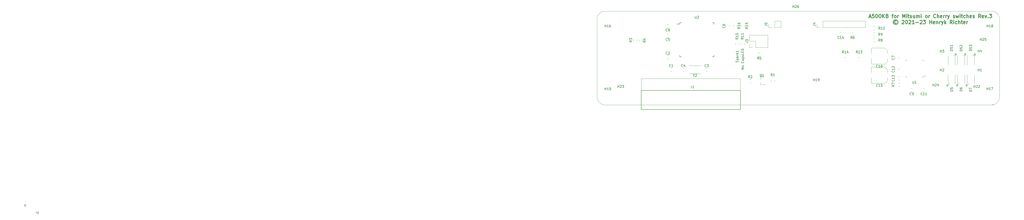
<source format=gto>
%TF.GenerationSoftware,KiCad,Pcbnew,(5.1.6-0)*%
%TF.CreationDate,2023-03-06T10:11:25+01:00*%
%TF.ProjectId,A500KB,41353030-4b42-42e6-9b69-6361645f7063,3*%
%TF.SameCoordinates,Original*%
%TF.FileFunction,Legend,Top*%
%TF.FilePolarity,Positive*%
%FSLAX46Y46*%
G04 Gerber Fmt 4.6, Leading zero omitted, Abs format (unit mm)*
G04 Created by KiCad (PCBNEW (5.1.6-0)) date 2023-03-06 10:11:25*
%MOMM*%
%LPD*%
G01*
G04 APERTURE LIST*
%ADD10C,0.200000*%
%ADD11C,0.300000*%
%ADD12C,0.120000*%
%ADD13C,0.150000*%
G04 APERTURE END LIST*
D10*
X362131241Y-244202601D02*
X362178860Y-244059744D01*
X362178860Y-243821649D01*
X362131241Y-243726411D01*
X362083622Y-243678792D01*
X361988384Y-243631173D01*
X361893146Y-243631173D01*
X361797908Y-243678792D01*
X361750289Y-243726411D01*
X361702670Y-243821649D01*
X361655051Y-244012125D01*
X361607432Y-244107363D01*
X361559813Y-244154982D01*
X361464575Y-244202601D01*
X361369337Y-244202601D01*
X361274099Y-244154982D01*
X361226480Y-244107363D01*
X361178860Y-244012125D01*
X361178860Y-243774030D01*
X361226480Y-243631173D01*
X361512194Y-243202601D02*
X362512194Y-243202601D01*
X361559813Y-243202601D02*
X361512194Y-243107363D01*
X361512194Y-242916887D01*
X361559813Y-242821649D01*
X361607432Y-242774030D01*
X361702670Y-242726411D01*
X361988384Y-242726411D01*
X362083622Y-242774030D01*
X362131241Y-242821649D01*
X362178860Y-242916887D01*
X362178860Y-243107363D01*
X362131241Y-243202601D01*
X362178860Y-241869268D02*
X361655051Y-241869268D01*
X361559813Y-241916887D01*
X361512194Y-242012125D01*
X361512194Y-242202601D01*
X361559813Y-242297840D01*
X362131241Y-241869268D02*
X362178860Y-241964506D01*
X362178860Y-242202601D01*
X362131241Y-242297840D01*
X362036003Y-242345459D01*
X361940765Y-242345459D01*
X361845527Y-242297840D01*
X361797908Y-242202601D01*
X361797908Y-241964506D01*
X361750289Y-241869268D01*
X362178860Y-241393078D02*
X361512194Y-241393078D01*
X361702670Y-241393078D02*
X361607432Y-241345459D01*
X361559813Y-241297840D01*
X361512194Y-241202601D01*
X361512194Y-241107363D01*
X362131241Y-240393078D02*
X362178860Y-240488316D01*
X362178860Y-240678792D01*
X362131241Y-240774030D01*
X362036003Y-240821649D01*
X361655051Y-240821649D01*
X361559813Y-240774030D01*
X361512194Y-240678792D01*
X361512194Y-240488316D01*
X361559813Y-240393078D01*
X361655051Y-240345459D01*
X361750289Y-240345459D01*
X361845527Y-240821649D01*
X362178860Y-239393078D02*
X362178860Y-239964506D01*
X362178860Y-239678792D02*
X361178860Y-239678792D01*
X361321718Y-239774030D01*
X361416956Y-239869268D01*
X361464575Y-239964506D01*
X364523280Y-247183374D02*
X363523280Y-247183374D01*
X364523280Y-246611945D01*
X363523280Y-246611945D01*
X364523280Y-245992898D02*
X364475661Y-246088136D01*
X364428042Y-246135755D01*
X364332804Y-246183374D01*
X364047090Y-246183374D01*
X363951852Y-246135755D01*
X363904233Y-246088136D01*
X363856614Y-245992898D01*
X363856614Y-245850040D01*
X363904233Y-245754802D01*
X363951852Y-245707183D01*
X364047090Y-245659564D01*
X364332804Y-245659564D01*
X364428042Y-245707183D01*
X364475661Y-245754802D01*
X364523280Y-245850040D01*
X364523280Y-245992898D01*
X364428042Y-243897660D02*
X364475661Y-243945279D01*
X364523280Y-244088136D01*
X364523280Y-244183374D01*
X364475661Y-244326231D01*
X364380423Y-244421469D01*
X364285185Y-244469088D01*
X364094709Y-244516707D01*
X363951852Y-244516707D01*
X363761376Y-244469088D01*
X363666138Y-244421469D01*
X363570900Y-244326231D01*
X363523280Y-244183374D01*
X363523280Y-244088136D01*
X363570900Y-243945279D01*
X363618519Y-243897660D01*
X364523280Y-243040517D02*
X363999471Y-243040517D01*
X363904233Y-243088136D01*
X363856614Y-243183374D01*
X363856614Y-243373850D01*
X363904233Y-243469088D01*
X364475661Y-243040517D02*
X364523280Y-243135755D01*
X364523280Y-243373850D01*
X364475661Y-243469088D01*
X364380423Y-243516707D01*
X364285185Y-243516707D01*
X364189947Y-243469088D01*
X364142328Y-243373850D01*
X364142328Y-243135755D01*
X364094709Y-243040517D01*
X363856614Y-242564326D02*
X364856614Y-242564326D01*
X363904233Y-242564326D02*
X363856614Y-242469088D01*
X363856614Y-242278612D01*
X363904233Y-242183374D01*
X363951852Y-242135755D01*
X364047090Y-242088136D01*
X364332804Y-242088136D01*
X364428042Y-242135755D01*
X364475661Y-242183374D01*
X364523280Y-242278612D01*
X364523280Y-242469088D01*
X364475661Y-242564326D01*
X364475661Y-241707183D02*
X364523280Y-241611945D01*
X364523280Y-241421469D01*
X364475661Y-241326231D01*
X364380423Y-241278612D01*
X364332804Y-241278612D01*
X364237566Y-241326231D01*
X364189947Y-241421469D01*
X364189947Y-241564326D01*
X364142328Y-241659564D01*
X364047090Y-241707183D01*
X363999471Y-241707183D01*
X363904233Y-241659564D01*
X363856614Y-241564326D01*
X363856614Y-241421469D01*
X363904233Y-241326231D01*
X364523280Y-240373850D02*
X364523280Y-240850040D01*
X363523280Y-240850040D01*
X363999471Y-240040517D02*
X363999471Y-239707183D01*
X364523280Y-239564326D02*
X364523280Y-240040517D01*
X363523280Y-240040517D01*
X363523280Y-239564326D01*
X364523280Y-239135755D02*
X363523280Y-239135755D01*
X363523280Y-238897660D01*
X363570900Y-238754802D01*
X363666138Y-238659564D01*
X363761376Y-238611945D01*
X363951852Y-238564326D01*
X364094709Y-238564326D01*
X364285185Y-238611945D01*
X364380423Y-238659564D01*
X364475661Y-238754802D01*
X364523280Y-238897660D01*
X364523280Y-239135755D01*
D11*
X417364285Y-225025000D02*
X418078571Y-225025000D01*
X417221428Y-225453571D02*
X417721428Y-223953571D01*
X418221428Y-225453571D01*
X419435714Y-223953571D02*
X418721428Y-223953571D01*
X418650000Y-224667857D01*
X418721428Y-224596428D01*
X418864285Y-224525000D01*
X419221428Y-224525000D01*
X419364285Y-224596428D01*
X419435714Y-224667857D01*
X419507142Y-224810714D01*
X419507142Y-225167857D01*
X419435714Y-225310714D01*
X419364285Y-225382142D01*
X419221428Y-225453571D01*
X418864285Y-225453571D01*
X418721428Y-225382142D01*
X418650000Y-225310714D01*
X420435714Y-223953571D02*
X420578571Y-223953571D01*
X420721428Y-224025000D01*
X420792857Y-224096428D01*
X420864285Y-224239285D01*
X420935714Y-224525000D01*
X420935714Y-224882142D01*
X420864285Y-225167857D01*
X420792857Y-225310714D01*
X420721428Y-225382142D01*
X420578571Y-225453571D01*
X420435714Y-225453571D01*
X420292857Y-225382142D01*
X420221428Y-225310714D01*
X420150000Y-225167857D01*
X420078571Y-224882142D01*
X420078571Y-224525000D01*
X420150000Y-224239285D01*
X420221428Y-224096428D01*
X420292857Y-224025000D01*
X420435714Y-223953571D01*
X421864285Y-223953571D02*
X422007142Y-223953571D01*
X422150000Y-224025000D01*
X422221428Y-224096428D01*
X422292857Y-224239285D01*
X422364285Y-224525000D01*
X422364285Y-224882142D01*
X422292857Y-225167857D01*
X422221428Y-225310714D01*
X422150000Y-225382142D01*
X422007142Y-225453571D01*
X421864285Y-225453571D01*
X421721428Y-225382142D01*
X421650000Y-225310714D01*
X421578571Y-225167857D01*
X421507142Y-224882142D01*
X421507142Y-224525000D01*
X421578571Y-224239285D01*
X421650000Y-224096428D01*
X421721428Y-224025000D01*
X421864285Y-223953571D01*
X423007142Y-225453571D02*
X423007142Y-223953571D01*
X423864285Y-225453571D02*
X423221428Y-224596428D01*
X423864285Y-223953571D02*
X423007142Y-224810714D01*
X425007142Y-224667857D02*
X425221428Y-224739285D01*
X425292857Y-224810714D01*
X425364285Y-224953571D01*
X425364285Y-225167857D01*
X425292857Y-225310714D01*
X425221428Y-225382142D01*
X425078571Y-225453571D01*
X424507142Y-225453571D01*
X424507142Y-223953571D01*
X425007142Y-223953571D01*
X425150000Y-224025000D01*
X425221428Y-224096428D01*
X425292857Y-224239285D01*
X425292857Y-224382142D01*
X425221428Y-224525000D01*
X425150000Y-224596428D01*
X425007142Y-224667857D01*
X424507142Y-224667857D01*
X426935714Y-224453571D02*
X427507142Y-224453571D01*
X427150000Y-225453571D02*
X427150000Y-224167857D01*
X427221428Y-224025000D01*
X427364285Y-223953571D01*
X427507142Y-223953571D01*
X428221428Y-225453571D02*
X428078571Y-225382142D01*
X428007142Y-225310714D01*
X427935714Y-225167857D01*
X427935714Y-224739285D01*
X428007142Y-224596428D01*
X428078571Y-224525000D01*
X428221428Y-224453571D01*
X428435714Y-224453571D01*
X428578571Y-224525000D01*
X428650000Y-224596428D01*
X428721428Y-224739285D01*
X428721428Y-225167857D01*
X428650000Y-225310714D01*
X428578571Y-225382142D01*
X428435714Y-225453571D01*
X428221428Y-225453571D01*
X429364285Y-225453571D02*
X429364285Y-224453571D01*
X429364285Y-224739285D02*
X429435714Y-224596428D01*
X429507142Y-224525000D01*
X429650000Y-224453571D01*
X429792857Y-224453571D01*
X431435714Y-225453571D02*
X431435714Y-223953571D01*
X431935714Y-225025000D01*
X432435714Y-223953571D01*
X432435714Y-225453571D01*
X433150000Y-225453571D02*
X433150000Y-224453571D01*
X433150000Y-223953571D02*
X433078571Y-224025000D01*
X433150000Y-224096428D01*
X433221428Y-224025000D01*
X433150000Y-223953571D01*
X433150000Y-224096428D01*
X433650000Y-224453571D02*
X434221428Y-224453571D01*
X433864285Y-223953571D02*
X433864285Y-225239285D01*
X433935714Y-225382142D01*
X434078571Y-225453571D01*
X434221428Y-225453571D01*
X434650000Y-225382142D02*
X434792857Y-225453571D01*
X435078571Y-225453571D01*
X435221428Y-225382142D01*
X435292857Y-225239285D01*
X435292857Y-225167857D01*
X435221428Y-225025000D01*
X435078571Y-224953571D01*
X434864285Y-224953571D01*
X434721428Y-224882142D01*
X434650000Y-224739285D01*
X434650000Y-224667857D01*
X434721428Y-224525000D01*
X434864285Y-224453571D01*
X435078571Y-224453571D01*
X435221428Y-224525000D01*
X436578571Y-224453571D02*
X436578571Y-225453571D01*
X435935714Y-224453571D02*
X435935714Y-225239285D01*
X436007142Y-225382142D01*
X436150000Y-225453571D01*
X436364285Y-225453571D01*
X436507142Y-225382142D01*
X436578571Y-225310714D01*
X437292857Y-225453571D02*
X437292857Y-224453571D01*
X437292857Y-224596428D02*
X437364285Y-224525000D01*
X437507142Y-224453571D01*
X437721428Y-224453571D01*
X437864285Y-224525000D01*
X437935714Y-224667857D01*
X437935714Y-225453571D01*
X437935714Y-224667857D02*
X438007142Y-224525000D01*
X438150000Y-224453571D01*
X438364285Y-224453571D01*
X438507142Y-224525000D01*
X438578571Y-224667857D01*
X438578571Y-225453571D01*
X439292857Y-225453571D02*
X439292857Y-224453571D01*
X439292857Y-223953571D02*
X439221428Y-224025000D01*
X439292857Y-224096428D01*
X439364285Y-224025000D01*
X439292857Y-223953571D01*
X439292857Y-224096428D01*
X441364285Y-225453571D02*
X441221428Y-225382142D01*
X441150000Y-225310714D01*
X441078571Y-225167857D01*
X441078571Y-224739285D01*
X441150000Y-224596428D01*
X441221428Y-224525000D01*
X441364285Y-224453571D01*
X441578571Y-224453571D01*
X441721428Y-224525000D01*
X441792857Y-224596428D01*
X441864285Y-224739285D01*
X441864285Y-225167857D01*
X441792857Y-225310714D01*
X441721428Y-225382142D01*
X441578571Y-225453571D01*
X441364285Y-225453571D01*
X442507142Y-225453571D02*
X442507142Y-224453571D01*
X442507142Y-224739285D02*
X442578571Y-224596428D01*
X442650000Y-224525000D01*
X442792857Y-224453571D01*
X442935714Y-224453571D01*
X445435714Y-225310714D02*
X445364285Y-225382142D01*
X445150000Y-225453571D01*
X445007142Y-225453571D01*
X444792857Y-225382142D01*
X444650000Y-225239285D01*
X444578571Y-225096428D01*
X444507142Y-224810714D01*
X444507142Y-224596428D01*
X444578571Y-224310714D01*
X444650000Y-224167857D01*
X444792857Y-224025000D01*
X445007142Y-223953571D01*
X445150000Y-223953571D01*
X445364285Y-224025000D01*
X445435714Y-224096428D01*
X446078571Y-225453571D02*
X446078571Y-223953571D01*
X446721428Y-225453571D02*
X446721428Y-224667857D01*
X446650000Y-224525000D01*
X446507142Y-224453571D01*
X446292857Y-224453571D01*
X446150000Y-224525000D01*
X446078571Y-224596428D01*
X448007142Y-225382142D02*
X447864285Y-225453571D01*
X447578571Y-225453571D01*
X447435714Y-225382142D01*
X447364285Y-225239285D01*
X447364285Y-224667857D01*
X447435714Y-224525000D01*
X447578571Y-224453571D01*
X447864285Y-224453571D01*
X448007142Y-224525000D01*
X448078571Y-224667857D01*
X448078571Y-224810714D01*
X447364285Y-224953571D01*
X448721428Y-225453571D02*
X448721428Y-224453571D01*
X448721428Y-224739285D02*
X448792857Y-224596428D01*
X448864285Y-224525000D01*
X449007142Y-224453571D01*
X449150000Y-224453571D01*
X449650000Y-225453571D02*
X449650000Y-224453571D01*
X449650000Y-224739285D02*
X449721428Y-224596428D01*
X449792857Y-224525000D01*
X449935714Y-224453571D01*
X450078571Y-224453571D01*
X450435714Y-224453571D02*
X450792857Y-225453571D01*
X451150000Y-224453571D02*
X450792857Y-225453571D01*
X450650000Y-225810714D01*
X450578571Y-225882142D01*
X450435714Y-225953571D01*
X452792857Y-225382142D02*
X452935714Y-225453571D01*
X453221428Y-225453571D01*
X453364285Y-225382142D01*
X453435714Y-225239285D01*
X453435714Y-225167857D01*
X453364285Y-225025000D01*
X453221428Y-224953571D01*
X453007142Y-224953571D01*
X452864285Y-224882142D01*
X452792857Y-224739285D01*
X452792857Y-224667857D01*
X452864285Y-224525000D01*
X453007142Y-224453571D01*
X453221428Y-224453571D01*
X453364285Y-224525000D01*
X453935714Y-224453571D02*
X454221428Y-225453571D01*
X454507142Y-224739285D01*
X454792857Y-225453571D01*
X455078571Y-224453571D01*
X455650000Y-225453571D02*
X455650000Y-224453571D01*
X455650000Y-223953571D02*
X455578571Y-224025000D01*
X455650000Y-224096428D01*
X455721428Y-224025000D01*
X455650000Y-223953571D01*
X455650000Y-224096428D01*
X456150000Y-224453571D02*
X456721428Y-224453571D01*
X456364285Y-223953571D02*
X456364285Y-225239285D01*
X456435714Y-225382142D01*
X456578571Y-225453571D01*
X456721428Y-225453571D01*
X457864285Y-225382142D02*
X457721428Y-225453571D01*
X457435714Y-225453571D01*
X457292857Y-225382142D01*
X457221428Y-225310714D01*
X457150000Y-225167857D01*
X457150000Y-224739285D01*
X457221428Y-224596428D01*
X457292857Y-224525000D01*
X457435714Y-224453571D01*
X457721428Y-224453571D01*
X457864285Y-224525000D01*
X458507142Y-225453571D02*
X458507142Y-223953571D01*
X459150000Y-225453571D02*
X459150000Y-224667857D01*
X459078571Y-224525000D01*
X458935714Y-224453571D01*
X458721428Y-224453571D01*
X458578571Y-224525000D01*
X458507142Y-224596428D01*
X460435714Y-225382142D02*
X460292857Y-225453571D01*
X460007142Y-225453571D01*
X459864285Y-225382142D01*
X459792857Y-225239285D01*
X459792857Y-224667857D01*
X459864285Y-224525000D01*
X460007142Y-224453571D01*
X460292857Y-224453571D01*
X460435714Y-224525000D01*
X460507142Y-224667857D01*
X460507142Y-224810714D01*
X459792857Y-224953571D01*
X461078571Y-225382142D02*
X461221428Y-225453571D01*
X461507142Y-225453571D01*
X461650000Y-225382142D01*
X461721428Y-225239285D01*
X461721428Y-225167857D01*
X461650000Y-225025000D01*
X461507142Y-224953571D01*
X461292857Y-224953571D01*
X461150000Y-224882142D01*
X461078571Y-224739285D01*
X461078571Y-224667857D01*
X461150000Y-224525000D01*
X461292857Y-224453571D01*
X461507142Y-224453571D01*
X461650000Y-224525000D01*
X464364285Y-225453571D02*
X463864285Y-224739285D01*
X463507142Y-225453571D02*
X463507142Y-223953571D01*
X464078571Y-223953571D01*
X464221428Y-224025000D01*
X464292857Y-224096428D01*
X464364285Y-224239285D01*
X464364285Y-224453571D01*
X464292857Y-224596428D01*
X464221428Y-224667857D01*
X464078571Y-224739285D01*
X463507142Y-224739285D01*
X465578571Y-225382142D02*
X465435714Y-225453571D01*
X465150000Y-225453571D01*
X465007142Y-225382142D01*
X464935714Y-225239285D01*
X464935714Y-224667857D01*
X465007142Y-224525000D01*
X465150000Y-224453571D01*
X465435714Y-224453571D01*
X465578571Y-224525000D01*
X465650000Y-224667857D01*
X465650000Y-224810714D01*
X464935714Y-224953571D01*
X466150000Y-224453571D02*
X466507142Y-225453571D01*
X466864285Y-224453571D01*
X467435714Y-225310714D02*
X467507142Y-225382142D01*
X467435714Y-225453571D01*
X467364285Y-225382142D01*
X467435714Y-225310714D01*
X467435714Y-225453571D01*
X468007142Y-223953571D02*
X468935714Y-223953571D01*
X468435714Y-224525000D01*
X468650000Y-224525000D01*
X468792857Y-224596428D01*
X468864285Y-224667857D01*
X468935714Y-224810714D01*
X468935714Y-225167857D01*
X468864285Y-225310714D01*
X468792857Y-225382142D01*
X468650000Y-225453571D01*
X468221428Y-225453571D01*
X468078571Y-225382142D01*
X468007142Y-225310714D01*
X428792857Y-226860714D02*
X428650000Y-226789285D01*
X428364285Y-226789285D01*
X428221428Y-226860714D01*
X428078571Y-227003571D01*
X428007142Y-227146428D01*
X428007142Y-227432142D01*
X428078571Y-227575000D01*
X428221428Y-227717857D01*
X428364285Y-227789285D01*
X428650000Y-227789285D01*
X428792857Y-227717857D01*
X428507142Y-226289285D02*
X428150000Y-226360714D01*
X427792857Y-226575000D01*
X427578571Y-226932142D01*
X427507142Y-227289285D01*
X427578571Y-227646428D01*
X427792857Y-228003571D01*
X428150000Y-228217857D01*
X428507142Y-228289285D01*
X428864285Y-228217857D01*
X429221428Y-228003571D01*
X429435714Y-227646428D01*
X429507142Y-227289285D01*
X429435714Y-226932142D01*
X429221428Y-226575000D01*
X428864285Y-226360714D01*
X428507142Y-226289285D01*
X431221428Y-226646428D02*
X431292857Y-226575000D01*
X431435714Y-226503571D01*
X431792857Y-226503571D01*
X431935714Y-226575000D01*
X432007142Y-226646428D01*
X432078571Y-226789285D01*
X432078571Y-226932142D01*
X432007142Y-227146428D01*
X431150000Y-228003571D01*
X432078571Y-228003571D01*
X433007142Y-226503571D02*
X433150000Y-226503571D01*
X433292857Y-226575000D01*
X433364285Y-226646428D01*
X433435714Y-226789285D01*
X433507142Y-227075000D01*
X433507142Y-227432142D01*
X433435714Y-227717857D01*
X433364285Y-227860714D01*
X433292857Y-227932142D01*
X433150000Y-228003571D01*
X433007142Y-228003571D01*
X432864285Y-227932142D01*
X432792857Y-227860714D01*
X432721428Y-227717857D01*
X432650000Y-227432142D01*
X432650000Y-227075000D01*
X432721428Y-226789285D01*
X432792857Y-226646428D01*
X432864285Y-226575000D01*
X433007142Y-226503571D01*
X434078571Y-226646428D02*
X434150000Y-226575000D01*
X434292857Y-226503571D01*
X434650000Y-226503571D01*
X434792857Y-226575000D01*
X434864285Y-226646428D01*
X434935714Y-226789285D01*
X434935714Y-226932142D01*
X434864285Y-227146428D01*
X434007142Y-228003571D01*
X434935714Y-228003571D01*
X436364285Y-228003571D02*
X435507142Y-228003571D01*
X435935714Y-228003571D02*
X435935714Y-226503571D01*
X435792857Y-226717857D01*
X435650000Y-226860714D01*
X435507142Y-226932142D01*
X437007142Y-227432142D02*
X438150000Y-227432142D01*
X438792857Y-226646428D02*
X438864285Y-226575000D01*
X439007142Y-226503571D01*
X439364285Y-226503571D01*
X439507142Y-226575000D01*
X439578571Y-226646428D01*
X439650000Y-226789285D01*
X439650000Y-226932142D01*
X439578571Y-227146428D01*
X438721428Y-228003571D01*
X439650000Y-228003571D01*
X440150000Y-226503571D02*
X441078571Y-226503571D01*
X440578571Y-227075000D01*
X440792857Y-227075000D01*
X440935714Y-227146428D01*
X441007142Y-227217857D01*
X441078571Y-227360714D01*
X441078571Y-227717857D01*
X441007142Y-227860714D01*
X440935714Y-227932142D01*
X440792857Y-228003571D01*
X440364285Y-228003571D01*
X440221428Y-227932142D01*
X440150000Y-227860714D01*
X442864285Y-228003571D02*
X442864285Y-226503571D01*
X442864285Y-227217857D02*
X443721428Y-227217857D01*
X443721428Y-228003571D02*
X443721428Y-226503571D01*
X445007142Y-227932142D02*
X444864285Y-228003571D01*
X444578571Y-228003571D01*
X444435714Y-227932142D01*
X444364285Y-227789285D01*
X444364285Y-227217857D01*
X444435714Y-227075000D01*
X444578571Y-227003571D01*
X444864285Y-227003571D01*
X445007142Y-227075000D01*
X445078571Y-227217857D01*
X445078571Y-227360714D01*
X444364285Y-227503571D01*
X445721428Y-227003571D02*
X445721428Y-228003571D01*
X445721428Y-227146428D02*
X445792857Y-227075000D01*
X445935714Y-227003571D01*
X446150000Y-227003571D01*
X446292857Y-227075000D01*
X446364285Y-227217857D01*
X446364285Y-228003571D01*
X447078571Y-228003571D02*
X447078571Y-227003571D01*
X447078571Y-227289285D02*
X447150000Y-227146428D01*
X447221428Y-227075000D01*
X447364285Y-227003571D01*
X447507142Y-227003571D01*
X447864285Y-227003571D02*
X448221428Y-228003571D01*
X448578571Y-227003571D02*
X448221428Y-228003571D01*
X448078571Y-228360714D01*
X448007142Y-228432142D01*
X447864285Y-228503571D01*
X449150000Y-228003571D02*
X449150000Y-226503571D01*
X449292857Y-227432142D02*
X449721428Y-228003571D01*
X449721428Y-227003571D02*
X449150000Y-227575000D01*
X452364285Y-228003571D02*
X451864285Y-227289285D01*
X451507142Y-228003571D02*
X451507142Y-226503571D01*
X452078571Y-226503571D01*
X452221428Y-226575000D01*
X452292857Y-226646428D01*
X452364285Y-226789285D01*
X452364285Y-227003571D01*
X452292857Y-227146428D01*
X452221428Y-227217857D01*
X452078571Y-227289285D01*
X451507142Y-227289285D01*
X453007142Y-228003571D02*
X453007142Y-227003571D01*
X453007142Y-226503571D02*
X452935714Y-226575000D01*
X453007142Y-226646428D01*
X453078571Y-226575000D01*
X453007142Y-226503571D01*
X453007142Y-226646428D01*
X454364285Y-227932142D02*
X454221428Y-228003571D01*
X453935714Y-228003571D01*
X453792857Y-227932142D01*
X453721428Y-227860714D01*
X453650000Y-227717857D01*
X453650000Y-227289285D01*
X453721428Y-227146428D01*
X453792857Y-227075000D01*
X453935714Y-227003571D01*
X454221428Y-227003571D01*
X454364285Y-227075000D01*
X455007142Y-228003571D02*
X455007142Y-226503571D01*
X455650000Y-228003571D02*
X455650000Y-227217857D01*
X455578571Y-227075000D01*
X455435714Y-227003571D01*
X455221428Y-227003571D01*
X455078571Y-227075000D01*
X455007142Y-227146428D01*
X456150000Y-227003571D02*
X456721428Y-227003571D01*
X456364285Y-226503571D02*
X456364285Y-227789285D01*
X456435714Y-227932142D01*
X456578571Y-228003571D01*
X456721428Y-228003571D01*
X457792857Y-227932142D02*
X457650000Y-228003571D01*
X457364285Y-228003571D01*
X457221428Y-227932142D01*
X457150000Y-227789285D01*
X457150000Y-227217857D01*
X457221428Y-227075000D01*
X457364285Y-227003571D01*
X457650000Y-227003571D01*
X457792857Y-227075000D01*
X457864285Y-227217857D01*
X457864285Y-227360714D01*
X457150000Y-227503571D01*
X458507142Y-228003571D02*
X458507142Y-227003571D01*
X458507142Y-227289285D02*
X458578571Y-227146428D01*
X458650000Y-227075000D01*
X458792857Y-227003571D01*
X458935714Y-227003571D01*
D12*
X66700000Y-307600000D02*
X66800000Y-307700000D01*
X66550000Y-307900000D02*
X66650000Y-308000000D01*
X66250000Y-307600000D02*
X66300000Y-307800000D01*
X66250000Y-307600000D02*
X66450000Y-307650000D01*
X66550000Y-307900000D02*
X66250000Y-307600000D01*
X66400000Y-307250000D02*
X66600000Y-307350000D01*
X66350000Y-307250000D02*
X66450000Y-307500000D01*
X66700000Y-307600000D02*
X66350000Y-307250000D01*
X67150000Y-307450000D02*
X67150000Y-306900000D01*
X66850000Y-307450000D02*
X67400000Y-307450000D01*
X67150000Y-308050000D02*
X67150000Y-308550000D01*
X67150000Y-307500000D02*
X67400000Y-308000000D01*
X66850000Y-308050000D02*
X67150000Y-307500000D01*
X67400000Y-308050000D02*
X66850000Y-308050000D01*
D13*
X61678571Y-304952380D02*
X61583333Y-304904761D01*
X61535714Y-304857142D01*
X61488095Y-304761904D01*
X61488095Y-304476190D01*
X61535714Y-304380952D01*
X61583333Y-304333333D01*
X61678571Y-304285714D01*
X61821428Y-304285714D01*
X61916666Y-304333333D01*
X61964285Y-304380952D01*
X62011904Y-304476190D01*
X62011904Y-304761904D01*
X61964285Y-304857142D01*
X61916666Y-304904761D01*
X61821428Y-304952380D01*
X61678571Y-304952380D01*
X461802171Y-241269780D02*
X461706933Y-241222161D01*
X461659314Y-241174542D01*
X461611695Y-241079304D01*
X461611695Y-240793590D01*
X461659314Y-240698352D01*
X461706933Y-240650733D01*
X461802171Y-240603114D01*
X461945028Y-240603114D01*
X462040266Y-240650733D01*
X462087885Y-240698352D01*
X462135504Y-240793590D01*
X462135504Y-241079304D01*
X462087885Y-241174542D01*
X462040266Y-241222161D01*
X461945028Y-241269780D01*
X461802171Y-241269780D01*
X457738171Y-241252380D02*
X457642933Y-241204761D01*
X457595314Y-241157142D01*
X457547695Y-241061904D01*
X457547695Y-240776190D01*
X457595314Y-240680952D01*
X457642933Y-240633333D01*
X457738171Y-240585714D01*
X457881028Y-240585714D01*
X457976266Y-240633333D01*
X458023885Y-240680952D01*
X458071504Y-240776190D01*
X458071504Y-241061904D01*
X458023885Y-241157142D01*
X457976266Y-241204761D01*
X457881028Y-241252380D01*
X457738171Y-241252380D01*
X453724971Y-241252380D02*
X453629733Y-241204761D01*
X453582114Y-241157142D01*
X453534495Y-241061904D01*
X453534495Y-240776190D01*
X453582114Y-240680952D01*
X453629733Y-240633333D01*
X453724971Y-240585714D01*
X453867828Y-240585714D01*
X453963066Y-240633333D01*
X454010685Y-240680952D01*
X454058304Y-240776190D01*
X454058304Y-241061904D01*
X454010685Y-241157142D01*
X453963066Y-241204761D01*
X453867828Y-241252380D01*
X453724971Y-241252380D01*
X450270571Y-254299980D02*
X450175333Y-254252361D01*
X450127714Y-254204742D01*
X450080095Y-254109504D01*
X450080095Y-253823790D01*
X450127714Y-253728552D01*
X450175333Y-253680933D01*
X450270571Y-253633314D01*
X450413428Y-253633314D01*
X450508666Y-253680933D01*
X450556285Y-253728552D01*
X450603904Y-253823790D01*
X450603904Y-254109504D01*
X450556285Y-254204742D01*
X450508666Y-254252361D01*
X450413428Y-254299980D01*
X450270571Y-254299980D01*
X454334571Y-254299980D02*
X454239333Y-254252361D01*
X454191714Y-254204742D01*
X454144095Y-254109504D01*
X454144095Y-253823790D01*
X454191714Y-253728552D01*
X454239333Y-253680933D01*
X454334571Y-253633314D01*
X454477428Y-253633314D01*
X454572666Y-253680933D01*
X454620285Y-253728552D01*
X454667904Y-253823790D01*
X454667904Y-254109504D01*
X454620285Y-254204742D01*
X454572666Y-254252361D01*
X454477428Y-254299980D01*
X454334571Y-254299980D01*
X458347771Y-254299980D02*
X458252533Y-254252361D01*
X458204914Y-254204742D01*
X458157295Y-254109504D01*
X458157295Y-253823790D01*
X458204914Y-253728552D01*
X458252533Y-253680933D01*
X458347771Y-253633314D01*
X458490628Y-253633314D01*
X458585866Y-253680933D01*
X458633485Y-253728552D01*
X458681104Y-253823790D01*
X458681104Y-254109504D01*
X458633485Y-254204742D01*
X458585866Y-254252361D01*
X458490628Y-254299980D01*
X458347771Y-254299980D01*
D12*
X302700000Y-226900000D02*
X302700000Y-226950000D01*
X302700000Y-225950000D02*
X302700000Y-226900000D01*
X302700000Y-225950000D02*
G75*
G02*
X305950000Y-222700000I3250000J0D01*
G01*
X302700000Y-258950000D02*
X302700000Y-226850000D01*
X472282520Y-225945700D02*
X472282520Y-258945700D01*
X469031320Y-222686880D02*
G75*
G02*
X472281320Y-225936880I0J-3250000D01*
G01*
X469031320Y-222686880D02*
X305950000Y-222700000D01*
X305950000Y-262200000D02*
X307250000Y-262200000D01*
X305950000Y-262200000D02*
G75*
G02*
X302700000Y-258950000I0J3250000D01*
G01*
X469950000Y-262200000D02*
X307250000Y-262200000D01*
X472276120Y-258958080D02*
G75*
G02*
X469044020Y-262201660I-3243600J0D01*
G01*
%TO.C,D51*%
X452783400Y-241487500D02*
X453583400Y-241487500D01*
X453583400Y-241487500D02*
X453583400Y-245387500D01*
X450583400Y-241487500D02*
X450583400Y-245387500D01*
%TO.C,R16*%
X361595740Y-228548188D02*
X361595740Y-229070692D01*
X360175740Y-228548188D02*
X360175740Y-229070692D01*
%TO.C,R15*%
X364821540Y-228571268D02*
X364821540Y-229093772D01*
X363401540Y-228571268D02*
X363401540Y-229093772D01*
%TO.C,R14*%
X407036748Y-240844000D02*
X407559252Y-240844000D01*
X407036748Y-242264000D02*
X407559252Y-242264000D01*
%TO.C,R13*%
X412860748Y-240844000D02*
X413383252Y-240844000D01*
X412860748Y-242264000D02*
X413383252Y-242264000D01*
%TO.C,R12*%
X419624252Y-230580000D02*
X419101748Y-230580000D01*
X419624252Y-229160000D02*
X419101748Y-229160000D01*
%TO.C,R11*%
X364692000Y-236203748D02*
X364692000Y-236726252D01*
X363272000Y-236203748D02*
X363272000Y-236726252D01*
%TO.C,R10*%
X362406000Y-236212748D02*
X362406000Y-236735252D01*
X360986000Y-236212748D02*
X360986000Y-236735252D01*
%TO.C,R9*%
X419615252Y-233120000D02*
X419092748Y-233120000D01*
X419615252Y-231700000D02*
X419092748Y-231700000D01*
%TO.C,R8*%
X419615252Y-235660000D02*
X419092748Y-235660000D01*
X419615252Y-234240000D02*
X419092748Y-234240000D01*
%TO.C,C16*%
X418227500Y-238140000D02*
X418227500Y-240490000D01*
X418227500Y-244960000D02*
X418227500Y-242610000D01*
X423983063Y-244960000D02*
X418227500Y-244960000D01*
X423983063Y-238140000D02*
X418227500Y-238140000D01*
X425047500Y-239204437D02*
X425047500Y-240490000D01*
X425047500Y-243895563D02*
X425047500Y-242610000D01*
X425047500Y-243895563D02*
X423983063Y-244960000D01*
X425047500Y-239204437D02*
X423983063Y-238140000D01*
%TO.C,C15*%
X418227500Y-246240000D02*
X418227500Y-248590000D01*
X418227500Y-253060000D02*
X418227500Y-250710000D01*
X423983063Y-253060000D02*
X418227500Y-253060000D01*
X423983063Y-246240000D02*
X418227500Y-246240000D01*
X425047500Y-247304437D02*
X425047500Y-248590000D01*
X425047500Y-251995563D02*
X425047500Y-250710000D01*
X425047500Y-251995563D02*
X423983063Y-253060000D01*
X425047500Y-247304437D02*
X423983063Y-246240000D01*
%TO.C,R7*%
X429763748Y-252990000D02*
X430286252Y-252990000D01*
X429763748Y-254410000D02*
X430286252Y-254410000D01*
%TO.C,R6*%
X410611252Y-232910000D02*
X410088748Y-232910000D01*
X410611252Y-231490000D02*
X410088748Y-231490000D01*
%TO.C,R5*%
X371311252Y-241610000D02*
X370788748Y-241610000D01*
X371311252Y-240190000D02*
X370788748Y-240190000D01*
%TO.C,R4*%
X320340000Y-235186252D02*
X320340000Y-234663748D01*
X321760000Y-235186252D02*
X321760000Y-234663748D01*
%TO.C,R3*%
X317990000Y-235186252D02*
X317990000Y-234663748D01*
X319410000Y-235186252D02*
X319410000Y-234663748D01*
%TO.C,R2*%
X366988748Y-251390000D02*
X367511252Y-251390000D01*
X366988748Y-252810000D02*
X367511252Y-252810000D01*
%TO.C,R1*%
X376090000Y-252336252D02*
X376090000Y-251813748D01*
X377510000Y-252336252D02*
X377510000Y-251813748D01*
%TO.C,Q1*%
X371490000Y-250520000D02*
X371490000Y-251450000D01*
X371490000Y-253680000D02*
X371490000Y-252750000D01*
X371490000Y-253680000D02*
X373650000Y-253680000D01*
X371490000Y-250520000D02*
X372950000Y-250520000D01*
%TO.C,C9*%
X435536252Y-256660000D02*
X435013748Y-256660000D01*
X435536252Y-255240000D02*
X435013748Y-255240000D01*
%TO.C,C13*%
X430311252Y-251760000D02*
X429788748Y-251760000D01*
X430311252Y-250340000D02*
X429788748Y-250340000D01*
%TO.C,C14*%
X405088748Y-231490000D02*
X405611252Y-231490000D01*
X405088748Y-232910000D02*
X405611252Y-232910000D01*
%TO.C,C12*%
X429860000Y-246913748D02*
X429860000Y-247436252D01*
X428440000Y-246913748D02*
X428440000Y-247436252D01*
%TO.C,C11*%
X440163748Y-255240000D02*
X440686252Y-255240000D01*
X440163748Y-256660000D02*
X440686252Y-256660000D01*
%TO.C,U1*%
X433302500Y-243290000D02*
X432852500Y-243290000D01*
X432852500Y-243290000D02*
X432852500Y-243740000D01*
X439622500Y-243290000D02*
X440072500Y-243290000D01*
X440072500Y-243290000D02*
X440072500Y-243740000D01*
X433302500Y-250510000D02*
X432852500Y-250510000D01*
X432852500Y-250510000D02*
X432852500Y-250060000D01*
X439622500Y-250510000D02*
X440072500Y-250510000D01*
X440072500Y-250510000D02*
X440072500Y-250060000D01*
X440072500Y-250060000D02*
X441362500Y-250060000D01*
%TO.C,C8*%
X332786252Y-229710000D02*
X332263748Y-229710000D01*
X332786252Y-228290000D02*
X332263748Y-228290000D01*
%TO.C,C7*%
X428440000Y-242586252D02*
X428440000Y-242063748D01*
X429860000Y-242586252D02*
X429860000Y-242063748D01*
%TO.C,C2*%
X332263748Y-241340000D02*
X332786252Y-241340000D01*
X332263748Y-242760000D02*
X332786252Y-242760000D01*
%TO.C,C1*%
X333674248Y-246599100D02*
X334196752Y-246599100D01*
X333674248Y-248019100D02*
X334196752Y-248019100D01*
%TO.C,D53*%
X460847200Y-241467200D02*
X461647200Y-241467200D01*
X461647200Y-241467200D02*
X461647200Y-245367200D01*
X458647200Y-241467200D02*
X458647200Y-245367200D01*
%TO.C,D52*%
X456795900Y-241479900D02*
X457595900Y-241479900D01*
X457595900Y-241479900D02*
X457595900Y-245379900D01*
X454595900Y-241479900D02*
X454595900Y-245379900D01*
%TO.C,J5*%
X380168460Y-229508360D02*
X380168460Y-226848360D01*
X377568460Y-229508360D02*
X380168460Y-229508360D01*
X377568460Y-226848360D02*
X380168460Y-226848360D01*
X377568460Y-229508360D02*
X377568460Y-226848360D01*
X376298460Y-229508360D02*
X374968460Y-229508360D01*
X374968460Y-229508360D02*
X374968460Y-228178360D01*
%TO.C,Y2*%
X346473300Y-249031800D02*
X341473300Y-249031800D01*
X346473300Y-245611800D02*
X341473300Y-245611800D01*
%TO.C,D7*%
X459458400Y-253325000D02*
X458658400Y-253325000D01*
X458658400Y-253325000D02*
X458658400Y-249425000D01*
X461658400Y-253325000D02*
X461658400Y-249425000D01*
%TO.C,D6*%
X455394400Y-253325000D02*
X454594400Y-253325000D01*
X454594400Y-253325000D02*
X454594400Y-249425000D01*
X457594400Y-253325000D02*
X457594400Y-249425000D01*
%TO.C,D5*%
X451367000Y-253338000D02*
X450567000Y-253338000D01*
X450567000Y-253338000D02*
X450567000Y-249438000D01*
X453567000Y-253338000D02*
X453567000Y-249438000D01*
%TO.C,J4*%
X415710000Y-229530000D02*
X415710000Y-226870000D01*
X397870000Y-229530000D02*
X415710000Y-229530000D01*
X397870000Y-226870000D02*
X415710000Y-226870000D01*
X397870000Y-229530000D02*
X397870000Y-226870000D01*
X396600000Y-229530000D02*
X395270000Y-229530000D01*
X395270000Y-229530000D02*
X395270000Y-228200000D01*
D13*
%TO.C,U2*%
X337573400Y-227529200D02*
X337573400Y-228104200D01*
X351923400Y-227529200D02*
X351923400Y-228204200D01*
X351923400Y-241879200D02*
X351923400Y-241204200D01*
X337573400Y-241879200D02*
X337573400Y-241204200D01*
X337573400Y-227529200D02*
X338248400Y-227529200D01*
X337573400Y-241879200D02*
X338248400Y-241879200D01*
X351923400Y-241879200D02*
X351248400Y-241879200D01*
X351923400Y-227529200D02*
X351248400Y-227529200D01*
X337573400Y-228104200D02*
X336298400Y-228104200D01*
D12*
%TO.C,J3*%
X374610000Y-237930000D02*
X374610000Y-232730000D01*
X369470000Y-237930000D02*
X374610000Y-237930000D01*
X366870000Y-232730000D02*
X374610000Y-232730000D01*
X369470000Y-237930000D02*
X369470000Y-235330000D01*
X369470000Y-235330000D02*
X366870000Y-235330000D01*
X366870000Y-235330000D02*
X366870000Y-232730000D01*
X368200000Y-237930000D02*
X366870000Y-237930000D01*
X366870000Y-237930000D02*
X366870000Y-236600000D01*
%TO.C,C6*%
X358354700Y-228581428D02*
X358354700Y-229103932D01*
X356934700Y-228581428D02*
X356934700Y-229103932D01*
%TO.C,C5*%
X332761252Y-233760000D02*
X332238748Y-233760000D01*
X332761252Y-232340000D02*
X332238748Y-232340000D01*
%TO.C,C4*%
X338784948Y-246586400D02*
X339307452Y-246586400D01*
X338784948Y-248006400D02*
X339307452Y-248006400D01*
%TO.C,C3*%
X348660248Y-246649900D02*
X349182752Y-246649900D01*
X348660248Y-248069900D02*
X349182752Y-248069900D01*
D13*
%TO.C,J1*%
X321350000Y-256150000D02*
X321350000Y-264150000D01*
X321350000Y-264150000D02*
X363100000Y-264150000D01*
X363100000Y-264150000D02*
X363100000Y-256150000D01*
X363100000Y-256150000D02*
X321350000Y-256150000D01*
D12*
X321350000Y-256150000D02*
X321350000Y-251150000D01*
X321350000Y-251150000D02*
X362850000Y-251150000D01*
X363100000Y-256150000D02*
X363100000Y-251150000D01*
X363100000Y-251150000D02*
X362850000Y-251150000D01*
%TO.C,H26*%
D13*
X385164484Y-221174280D02*
X385164484Y-220174280D01*
X385164484Y-220650471D02*
X385735913Y-220650471D01*
X385735913Y-221174280D02*
X385735913Y-220174280D01*
X386164484Y-220269519D02*
X386212103Y-220221900D01*
X386307341Y-220174280D01*
X386545437Y-220174280D01*
X386640675Y-220221900D01*
X386688294Y-220269519D01*
X386735913Y-220364757D01*
X386735913Y-220459995D01*
X386688294Y-220602852D01*
X386116865Y-221174280D01*
X386735913Y-221174280D01*
X387593056Y-220174280D02*
X387402580Y-220174280D01*
X387307341Y-220221900D01*
X387259722Y-220269519D01*
X387164484Y-220412376D01*
X387116865Y-220602852D01*
X387116865Y-220983804D01*
X387164484Y-221079042D01*
X387212103Y-221126661D01*
X387307341Y-221174280D01*
X387497818Y-221174280D01*
X387593056Y-221126661D01*
X387640675Y-221079042D01*
X387688294Y-220983804D01*
X387688294Y-220745709D01*
X387640675Y-220650471D01*
X387593056Y-220602852D01*
X387497818Y-220555233D01*
X387307341Y-220555233D01*
X387212103Y-220602852D01*
X387164484Y-220650471D01*
X387116865Y-220745709D01*
%TO.C,D51*%
X452513980Y-239364285D02*
X451513980Y-239364285D01*
X451513980Y-239126190D01*
X451561600Y-238983333D01*
X451656838Y-238888095D01*
X451752076Y-238840476D01*
X451942552Y-238792857D01*
X452085409Y-238792857D01*
X452275885Y-238840476D01*
X452371123Y-238888095D01*
X452466361Y-238983333D01*
X452513980Y-239126190D01*
X452513980Y-239364285D01*
X451513980Y-237888095D02*
X451513980Y-238364285D01*
X451990171Y-238411904D01*
X451942552Y-238364285D01*
X451894933Y-238269047D01*
X451894933Y-238030952D01*
X451942552Y-237935714D01*
X451990171Y-237888095D01*
X452085409Y-237840476D01*
X452323504Y-237840476D01*
X452418742Y-237888095D01*
X452466361Y-237935714D01*
X452513980Y-238030952D01*
X452513980Y-238269047D01*
X452466361Y-238364285D01*
X452418742Y-238411904D01*
X452513980Y-236888095D02*
X452513980Y-237459523D01*
X452513980Y-237173809D02*
X451513980Y-237173809D01*
X451656838Y-237269047D01*
X451752076Y-237364285D01*
X451799695Y-237459523D01*
%TO.C,H25*%
X464138164Y-235054520D02*
X464138164Y-234054520D01*
X464138164Y-234530711D02*
X464709593Y-234530711D01*
X464709593Y-235054520D02*
X464709593Y-234054520D01*
X465138164Y-234149759D02*
X465185783Y-234102140D01*
X465281021Y-234054520D01*
X465519117Y-234054520D01*
X465614355Y-234102140D01*
X465661974Y-234149759D01*
X465709593Y-234244997D01*
X465709593Y-234340235D01*
X465661974Y-234483092D01*
X465090545Y-235054520D01*
X465709593Y-235054520D01*
X466614355Y-234054520D02*
X466138164Y-234054520D01*
X466090545Y-234530711D01*
X466138164Y-234483092D01*
X466233402Y-234435473D01*
X466471498Y-234435473D01*
X466566736Y-234483092D01*
X466614355Y-234530711D01*
X466661974Y-234625949D01*
X466661974Y-234864044D01*
X466614355Y-234959282D01*
X466566736Y-235006901D01*
X466471498Y-235054520D01*
X466233402Y-235054520D01*
X466138164Y-235006901D01*
X466090545Y-234959282D01*
%TO.C,H24*%
X444155984Y-254295020D02*
X444155984Y-253295020D01*
X444155984Y-253771211D02*
X444727413Y-253771211D01*
X444727413Y-254295020D02*
X444727413Y-253295020D01*
X445155984Y-253390259D02*
X445203603Y-253342640D01*
X445298841Y-253295020D01*
X445536937Y-253295020D01*
X445632175Y-253342640D01*
X445679794Y-253390259D01*
X445727413Y-253485497D01*
X445727413Y-253580735D01*
X445679794Y-253723592D01*
X445108365Y-254295020D01*
X445727413Y-254295020D01*
X446584556Y-253628354D02*
X446584556Y-254295020D01*
X446346460Y-253247401D02*
X446108365Y-253961687D01*
X446727413Y-253961687D01*
%TO.C,H23*%
X311443524Y-254943240D02*
X311443524Y-253943240D01*
X311443524Y-254419431D02*
X312014953Y-254419431D01*
X312014953Y-254943240D02*
X312014953Y-253943240D01*
X312443524Y-254038479D02*
X312491143Y-253990860D01*
X312586381Y-253943240D01*
X312824477Y-253943240D01*
X312919715Y-253990860D01*
X312967334Y-254038479D01*
X313014953Y-254133717D01*
X313014953Y-254228955D01*
X312967334Y-254371812D01*
X312395905Y-254943240D01*
X313014953Y-254943240D01*
X313348286Y-253943240D02*
X313967334Y-253943240D01*
X313634000Y-254324193D01*
X313776858Y-254324193D01*
X313872096Y-254371812D01*
X313919715Y-254419431D01*
X313967334Y-254514669D01*
X313967334Y-254752764D01*
X313919715Y-254848002D01*
X313872096Y-254895621D01*
X313776858Y-254943240D01*
X313491143Y-254943240D01*
X313395905Y-254895621D01*
X313348286Y-254848002D01*
%TO.C,H22*%
X461461004Y-254945780D02*
X461461004Y-253945780D01*
X461461004Y-254421971D02*
X462032433Y-254421971D01*
X462032433Y-254945780D02*
X462032433Y-253945780D01*
X462461004Y-254041019D02*
X462508623Y-253993400D01*
X462603861Y-253945780D01*
X462841957Y-253945780D01*
X462937195Y-253993400D01*
X462984814Y-254041019D01*
X463032433Y-254136257D01*
X463032433Y-254231495D01*
X462984814Y-254374352D01*
X462413385Y-254945780D01*
X463032433Y-254945780D01*
X463413385Y-254041019D02*
X463461004Y-253993400D01*
X463556242Y-253945780D01*
X463794338Y-253945780D01*
X463889576Y-253993400D01*
X463937195Y-254041019D01*
X463984814Y-254136257D01*
X463984814Y-254231495D01*
X463937195Y-254374352D01*
X463365766Y-254945780D01*
X463984814Y-254945780D01*
%TO.C,R16*%
X362988120Y-229452297D02*
X362511930Y-229785630D01*
X362988120Y-230023725D02*
X361988120Y-230023725D01*
X361988120Y-229642773D01*
X362035740Y-229547535D01*
X362083359Y-229499916D01*
X362178597Y-229452297D01*
X362321454Y-229452297D01*
X362416692Y-229499916D01*
X362464311Y-229547535D01*
X362511930Y-229642773D01*
X362511930Y-230023725D01*
X362988120Y-228499916D02*
X362988120Y-229071344D01*
X362988120Y-228785630D02*
X361988120Y-228785630D01*
X362130978Y-228880868D01*
X362226216Y-228976106D01*
X362273835Y-229071344D01*
X361988120Y-227642773D02*
X361988120Y-227833249D01*
X362035740Y-227928487D01*
X362083359Y-227976106D01*
X362226216Y-228071344D01*
X362416692Y-228118963D01*
X362797644Y-228118963D01*
X362892882Y-228071344D01*
X362940501Y-228023725D01*
X362988120Y-227928487D01*
X362988120Y-227738011D01*
X362940501Y-227642773D01*
X362892882Y-227595154D01*
X362797644Y-227547535D01*
X362559549Y-227547535D01*
X362464311Y-227595154D01*
X362416692Y-227642773D01*
X362369073Y-227738011D01*
X362369073Y-227928487D01*
X362416692Y-228023725D01*
X362464311Y-228071344D01*
X362559549Y-228118963D01*
%TO.C,R15*%
X366213920Y-229475377D02*
X365737730Y-229808710D01*
X366213920Y-230046805D02*
X365213920Y-230046805D01*
X365213920Y-229665853D01*
X365261540Y-229570615D01*
X365309159Y-229522996D01*
X365404397Y-229475377D01*
X365547254Y-229475377D01*
X365642492Y-229522996D01*
X365690111Y-229570615D01*
X365737730Y-229665853D01*
X365737730Y-230046805D01*
X366213920Y-228522996D02*
X366213920Y-229094424D01*
X366213920Y-228808710D02*
X365213920Y-228808710D01*
X365356778Y-228903948D01*
X365452016Y-228999186D01*
X365499635Y-229094424D01*
X365213920Y-227618234D02*
X365213920Y-228094424D01*
X365690111Y-228142043D01*
X365642492Y-228094424D01*
X365594873Y-227999186D01*
X365594873Y-227761091D01*
X365642492Y-227665853D01*
X365690111Y-227618234D01*
X365785349Y-227570615D01*
X366023444Y-227570615D01*
X366118682Y-227618234D01*
X366166301Y-227665853D01*
X366213920Y-227761091D01*
X366213920Y-227999186D01*
X366166301Y-228094424D01*
X366118682Y-228142043D01*
%TO.C,R14*%
X406655142Y-240356380D02*
X406321809Y-239880190D01*
X406083714Y-240356380D02*
X406083714Y-239356380D01*
X406464666Y-239356380D01*
X406559904Y-239404000D01*
X406607523Y-239451619D01*
X406655142Y-239546857D01*
X406655142Y-239689714D01*
X406607523Y-239784952D01*
X406559904Y-239832571D01*
X406464666Y-239880190D01*
X406083714Y-239880190D01*
X407607523Y-240356380D02*
X407036095Y-240356380D01*
X407321809Y-240356380D02*
X407321809Y-239356380D01*
X407226571Y-239499238D01*
X407131333Y-239594476D01*
X407036095Y-239642095D01*
X408464666Y-239689714D02*
X408464666Y-240356380D01*
X408226571Y-239308761D02*
X407988476Y-240023047D01*
X408607523Y-240023047D01*
%TO.C,R13*%
X412479142Y-240356380D02*
X412145809Y-239880190D01*
X411907714Y-240356380D02*
X411907714Y-239356380D01*
X412288666Y-239356380D01*
X412383904Y-239404000D01*
X412431523Y-239451619D01*
X412479142Y-239546857D01*
X412479142Y-239689714D01*
X412431523Y-239784952D01*
X412383904Y-239832571D01*
X412288666Y-239880190D01*
X411907714Y-239880190D01*
X413431523Y-240356380D02*
X412860095Y-240356380D01*
X413145809Y-240356380D02*
X413145809Y-239356380D01*
X413050571Y-239499238D01*
X412955333Y-239594476D01*
X412860095Y-239642095D01*
X413764857Y-239356380D02*
X414383904Y-239356380D01*
X414050571Y-239737333D01*
X414193428Y-239737333D01*
X414288666Y-239784952D01*
X414336285Y-239832571D01*
X414383904Y-239927809D01*
X414383904Y-240165904D01*
X414336285Y-240261142D01*
X414288666Y-240308761D01*
X414193428Y-240356380D01*
X413907714Y-240356380D01*
X413812476Y-240308761D01*
X413764857Y-240261142D01*
%TO.C,R12*%
X421962342Y-230322380D02*
X421629009Y-229846190D01*
X421390914Y-230322380D02*
X421390914Y-229322380D01*
X421771866Y-229322380D01*
X421867104Y-229370000D01*
X421914723Y-229417619D01*
X421962342Y-229512857D01*
X421962342Y-229655714D01*
X421914723Y-229750952D01*
X421867104Y-229798571D01*
X421771866Y-229846190D01*
X421390914Y-229846190D01*
X422914723Y-230322380D02*
X422343295Y-230322380D01*
X422629009Y-230322380D02*
X422629009Y-229322380D01*
X422533771Y-229465238D01*
X422438533Y-229560476D01*
X422343295Y-229608095D01*
X423295676Y-229417619D02*
X423343295Y-229370000D01*
X423438533Y-229322380D01*
X423676628Y-229322380D01*
X423771866Y-229370000D01*
X423819485Y-229417619D01*
X423867104Y-229512857D01*
X423867104Y-229608095D01*
X423819485Y-229750952D01*
X423248057Y-230322380D01*
X423867104Y-230322380D01*
%TO.C,R11*%
X364391200Y-233901217D02*
X363915010Y-234234550D01*
X364391200Y-234472645D02*
X363391200Y-234472645D01*
X363391200Y-234091693D01*
X363438820Y-233996455D01*
X363486439Y-233948836D01*
X363581677Y-233901217D01*
X363724534Y-233901217D01*
X363819772Y-233948836D01*
X363867391Y-233996455D01*
X363915010Y-234091693D01*
X363915010Y-234472645D01*
X364391200Y-232948836D02*
X364391200Y-233520264D01*
X364391200Y-233234550D02*
X363391200Y-233234550D01*
X363534058Y-233329788D01*
X363629296Y-233425026D01*
X363676915Y-233520264D01*
X364391200Y-231996455D02*
X364391200Y-232567883D01*
X364391200Y-232282169D02*
X363391200Y-232282169D01*
X363534058Y-232377407D01*
X363629296Y-232472645D01*
X363676915Y-232567883D01*
%TO.C,R10*%
X362145840Y-233901217D02*
X361669650Y-234234550D01*
X362145840Y-234472645D02*
X361145840Y-234472645D01*
X361145840Y-234091693D01*
X361193460Y-233996455D01*
X361241079Y-233948836D01*
X361336317Y-233901217D01*
X361479174Y-233901217D01*
X361574412Y-233948836D01*
X361622031Y-233996455D01*
X361669650Y-234091693D01*
X361669650Y-234472645D01*
X362145840Y-232948836D02*
X362145840Y-233520264D01*
X362145840Y-233234550D02*
X361145840Y-233234550D01*
X361288698Y-233329788D01*
X361383936Y-233425026D01*
X361431555Y-233520264D01*
X361145840Y-232329788D02*
X361145840Y-232234550D01*
X361193460Y-232139312D01*
X361241079Y-232091693D01*
X361336317Y-232044074D01*
X361526793Y-231996455D01*
X361764888Y-231996455D01*
X361955364Y-232044074D01*
X362050602Y-232091693D01*
X362098221Y-232139312D01*
X362145840Y-232234550D01*
X362145840Y-232329788D01*
X362098221Y-232425026D01*
X362050602Y-232472645D01*
X361955364Y-232520264D01*
X361764888Y-232567883D01*
X361526793Y-232567883D01*
X361336317Y-232520264D01*
X361241079Y-232472645D01*
X361193460Y-232425026D01*
X361145840Y-232329788D01*
%TO.C,R9*%
X421930533Y-232913180D02*
X421597200Y-232436990D01*
X421359104Y-232913180D02*
X421359104Y-231913180D01*
X421740057Y-231913180D01*
X421835295Y-231960800D01*
X421882914Y-232008419D01*
X421930533Y-232103657D01*
X421930533Y-232246514D01*
X421882914Y-232341752D01*
X421835295Y-232389371D01*
X421740057Y-232436990D01*
X421359104Y-232436990D01*
X422406723Y-232913180D02*
X422597200Y-232913180D01*
X422692438Y-232865561D01*
X422740057Y-232817942D01*
X422835295Y-232675085D01*
X422882914Y-232484609D01*
X422882914Y-232103657D01*
X422835295Y-232008419D01*
X422787676Y-231960800D01*
X422692438Y-231913180D01*
X422501961Y-231913180D01*
X422406723Y-231960800D01*
X422359104Y-232008419D01*
X422311485Y-232103657D01*
X422311485Y-232341752D01*
X422359104Y-232436990D01*
X422406723Y-232484609D01*
X422501961Y-232532228D01*
X422692438Y-232532228D01*
X422787676Y-232484609D01*
X422835295Y-232436990D01*
X422882914Y-232341752D01*
%TO.C,R8*%
X421930533Y-235402380D02*
X421597200Y-234926190D01*
X421359104Y-235402380D02*
X421359104Y-234402380D01*
X421740057Y-234402380D01*
X421835295Y-234450000D01*
X421882914Y-234497619D01*
X421930533Y-234592857D01*
X421930533Y-234735714D01*
X421882914Y-234830952D01*
X421835295Y-234878571D01*
X421740057Y-234926190D01*
X421359104Y-234926190D01*
X422501961Y-234830952D02*
X422406723Y-234783333D01*
X422359104Y-234735714D01*
X422311485Y-234640476D01*
X422311485Y-234592857D01*
X422359104Y-234497619D01*
X422406723Y-234450000D01*
X422501961Y-234402380D01*
X422692438Y-234402380D01*
X422787676Y-234450000D01*
X422835295Y-234497619D01*
X422882914Y-234592857D01*
X422882914Y-234640476D01*
X422835295Y-234735714D01*
X422787676Y-234783333D01*
X422692438Y-234830952D01*
X422501961Y-234830952D01*
X422406723Y-234878571D01*
X422359104Y-234926190D01*
X422311485Y-235021428D01*
X422311485Y-235211904D01*
X422359104Y-235307142D01*
X422406723Y-235354761D01*
X422501961Y-235402380D01*
X422692438Y-235402380D01*
X422787676Y-235354761D01*
X422835295Y-235307142D01*
X422882914Y-235211904D01*
X422882914Y-235021428D01*
X422835295Y-234926190D01*
X422787676Y-234878571D01*
X422692438Y-234830952D01*
%TO.C,C16*%
X420994642Y-246257142D02*
X420947023Y-246304761D01*
X420804166Y-246352380D01*
X420708928Y-246352380D01*
X420566071Y-246304761D01*
X420470833Y-246209523D01*
X420423214Y-246114285D01*
X420375595Y-245923809D01*
X420375595Y-245780952D01*
X420423214Y-245590476D01*
X420470833Y-245495238D01*
X420566071Y-245400000D01*
X420708928Y-245352380D01*
X420804166Y-245352380D01*
X420947023Y-245400000D01*
X420994642Y-245447619D01*
X421947023Y-246352380D02*
X421375595Y-246352380D01*
X421661309Y-246352380D02*
X421661309Y-245352380D01*
X421566071Y-245495238D01*
X421470833Y-245590476D01*
X421375595Y-245638095D01*
X422804166Y-245352380D02*
X422613690Y-245352380D01*
X422518452Y-245400000D01*
X422470833Y-245447619D01*
X422375595Y-245590476D01*
X422327976Y-245780952D01*
X422327976Y-246161904D01*
X422375595Y-246257142D01*
X422423214Y-246304761D01*
X422518452Y-246352380D01*
X422708928Y-246352380D01*
X422804166Y-246304761D01*
X422851785Y-246257142D01*
X422899404Y-246161904D01*
X422899404Y-245923809D01*
X422851785Y-245828571D01*
X422804166Y-245780952D01*
X422708928Y-245733333D01*
X422518452Y-245733333D01*
X422423214Y-245780952D01*
X422375595Y-245828571D01*
X422327976Y-245923809D01*
%TO.C,C15*%
X420994642Y-254357142D02*
X420947023Y-254404761D01*
X420804166Y-254452380D01*
X420708928Y-254452380D01*
X420566071Y-254404761D01*
X420470833Y-254309523D01*
X420423214Y-254214285D01*
X420375595Y-254023809D01*
X420375595Y-253880952D01*
X420423214Y-253690476D01*
X420470833Y-253595238D01*
X420566071Y-253500000D01*
X420708928Y-253452380D01*
X420804166Y-253452380D01*
X420947023Y-253500000D01*
X420994642Y-253547619D01*
X421947023Y-254452380D02*
X421375595Y-254452380D01*
X421661309Y-254452380D02*
X421661309Y-253452380D01*
X421566071Y-253595238D01*
X421470833Y-253690476D01*
X421375595Y-253738095D01*
X422851785Y-253452380D02*
X422375595Y-253452380D01*
X422327976Y-253928571D01*
X422375595Y-253880952D01*
X422470833Y-253833333D01*
X422708928Y-253833333D01*
X422804166Y-253880952D01*
X422851785Y-253928571D01*
X422899404Y-254023809D01*
X422899404Y-254261904D01*
X422851785Y-254357142D01*
X422804166Y-254404761D01*
X422708928Y-254452380D01*
X422470833Y-254452380D01*
X422375595Y-254404761D01*
X422327976Y-254357142D01*
%TO.C,R7*%
X427952380Y-253866666D02*
X427476190Y-254200000D01*
X427952380Y-254438095D02*
X426952380Y-254438095D01*
X426952380Y-254057142D01*
X427000000Y-253961904D01*
X427047619Y-253914285D01*
X427142857Y-253866666D01*
X427285714Y-253866666D01*
X427380952Y-253914285D01*
X427428571Y-253961904D01*
X427476190Y-254057142D01*
X427476190Y-254438095D01*
X426952380Y-253533333D02*
X426952380Y-252866666D01*
X427952380Y-253295238D01*
%TO.C,R6*%
X410183333Y-234302380D02*
X409850000Y-233826190D01*
X409611904Y-234302380D02*
X409611904Y-233302380D01*
X409992857Y-233302380D01*
X410088095Y-233350000D01*
X410135714Y-233397619D01*
X410183333Y-233492857D01*
X410183333Y-233635714D01*
X410135714Y-233730952D01*
X410088095Y-233778571D01*
X409992857Y-233826190D01*
X409611904Y-233826190D01*
X411040476Y-233302380D02*
X410850000Y-233302380D01*
X410754761Y-233350000D01*
X410707142Y-233397619D01*
X410611904Y-233540476D01*
X410564285Y-233730952D01*
X410564285Y-234111904D01*
X410611904Y-234207142D01*
X410659523Y-234254761D01*
X410754761Y-234302380D01*
X410945238Y-234302380D01*
X411040476Y-234254761D01*
X411088095Y-234207142D01*
X411135714Y-234111904D01*
X411135714Y-233873809D01*
X411088095Y-233778571D01*
X411040476Y-233730952D01*
X410945238Y-233683333D01*
X410754761Y-233683333D01*
X410659523Y-233730952D01*
X410611904Y-233778571D01*
X410564285Y-233873809D01*
%TO.C,R5*%
X370883333Y-243002380D02*
X370550000Y-242526190D01*
X370311904Y-243002380D02*
X370311904Y-242002380D01*
X370692857Y-242002380D01*
X370788095Y-242050000D01*
X370835714Y-242097619D01*
X370883333Y-242192857D01*
X370883333Y-242335714D01*
X370835714Y-242430952D01*
X370788095Y-242478571D01*
X370692857Y-242526190D01*
X370311904Y-242526190D01*
X371788095Y-242002380D02*
X371311904Y-242002380D01*
X371264285Y-242478571D01*
X371311904Y-242430952D01*
X371407142Y-242383333D01*
X371645238Y-242383333D01*
X371740476Y-242430952D01*
X371788095Y-242478571D01*
X371835714Y-242573809D01*
X371835714Y-242811904D01*
X371788095Y-242907142D01*
X371740476Y-242954761D01*
X371645238Y-243002380D01*
X371407142Y-243002380D01*
X371311904Y-242954761D01*
X371264285Y-242907142D01*
%TO.C,R4*%
X323149380Y-235171666D02*
X322673190Y-235505000D01*
X323149380Y-235743095D02*
X322149380Y-235743095D01*
X322149380Y-235362142D01*
X322197000Y-235266904D01*
X322244619Y-235219285D01*
X322339857Y-235171666D01*
X322482714Y-235171666D01*
X322577952Y-235219285D01*
X322625571Y-235266904D01*
X322673190Y-235362142D01*
X322673190Y-235743095D01*
X322482714Y-234314523D02*
X323149380Y-234314523D01*
X322101761Y-234552619D02*
X322816047Y-234790714D01*
X322816047Y-234171666D01*
%TO.C,R3*%
X317358380Y-235053666D02*
X316882190Y-235387000D01*
X317358380Y-235625095D02*
X316358380Y-235625095D01*
X316358380Y-235244142D01*
X316406000Y-235148904D01*
X316453619Y-235101285D01*
X316548857Y-235053666D01*
X316691714Y-235053666D01*
X316786952Y-235101285D01*
X316834571Y-235148904D01*
X316882190Y-235244142D01*
X316882190Y-235625095D01*
X316358380Y-234720333D02*
X316358380Y-234101285D01*
X316739333Y-234434619D01*
X316739333Y-234291761D01*
X316786952Y-234196523D01*
X316834571Y-234148904D01*
X316929809Y-234101285D01*
X317167904Y-234101285D01*
X317263142Y-234148904D01*
X317310761Y-234196523D01*
X317358380Y-234291761D01*
X317358380Y-234577476D01*
X317310761Y-234672714D01*
X317263142Y-234720333D01*
%TO.C,R2*%
X367083333Y-250845580D02*
X366750000Y-250369390D01*
X366511904Y-250845580D02*
X366511904Y-249845580D01*
X366892857Y-249845580D01*
X366988095Y-249893200D01*
X367035714Y-249940819D01*
X367083333Y-250036057D01*
X367083333Y-250178914D01*
X367035714Y-250274152D01*
X366988095Y-250321771D01*
X366892857Y-250369390D01*
X366511904Y-250369390D01*
X367464285Y-249940819D02*
X367511904Y-249893200D01*
X367607142Y-249845580D01*
X367845238Y-249845580D01*
X367940476Y-249893200D01*
X367988095Y-249940819D01*
X368035714Y-250036057D01*
X368035714Y-250131295D01*
X367988095Y-250274152D01*
X367416666Y-250845580D01*
X368035714Y-250845580D01*
%TO.C,R1*%
X376616933Y-250032780D02*
X376283600Y-249556590D01*
X376045504Y-250032780D02*
X376045504Y-249032780D01*
X376426457Y-249032780D01*
X376521695Y-249080400D01*
X376569314Y-249128019D01*
X376616933Y-249223257D01*
X376616933Y-249366114D01*
X376569314Y-249461352D01*
X376521695Y-249508971D01*
X376426457Y-249556590D01*
X376045504Y-249556590D01*
X377569314Y-250032780D02*
X376997885Y-250032780D01*
X377283600Y-250032780D02*
X377283600Y-249032780D01*
X377188361Y-249175638D01*
X377093123Y-249270876D01*
X376997885Y-249318495D01*
%TO.C,Q1*%
X372116361Y-250331219D02*
X372021123Y-250283600D01*
X371925885Y-250188361D01*
X371783028Y-250045504D01*
X371687790Y-249997885D01*
X371592552Y-249997885D01*
X371640171Y-250235980D02*
X371544933Y-250188361D01*
X371449695Y-250093123D01*
X371402076Y-249902647D01*
X371402076Y-249569314D01*
X371449695Y-249378838D01*
X371544933Y-249283600D01*
X371640171Y-249235980D01*
X371830647Y-249235980D01*
X371925885Y-249283600D01*
X372021123Y-249378838D01*
X372068742Y-249569314D01*
X372068742Y-249902647D01*
X372021123Y-250093123D01*
X371925885Y-250188361D01*
X371830647Y-250235980D01*
X371640171Y-250235980D01*
X373021123Y-250235980D02*
X372449695Y-250235980D01*
X372735409Y-250235980D02*
X372735409Y-249235980D01*
X372640171Y-249378838D01*
X372544933Y-249474076D01*
X372449695Y-249521695D01*
%TO.C,H19*%
X393858904Y-252124180D02*
X393858904Y-251124180D01*
X393858904Y-251600371D02*
X394430333Y-251600371D01*
X394430333Y-252124180D02*
X394430333Y-251124180D01*
X395430333Y-252124180D02*
X394858904Y-252124180D01*
X395144619Y-252124180D02*
X395144619Y-251124180D01*
X395049380Y-251267038D01*
X394954142Y-251362276D01*
X394858904Y-251409895D01*
X395906523Y-252124180D02*
X396097000Y-252124180D01*
X396192238Y-252076561D01*
X396239857Y-252028942D01*
X396335095Y-251886085D01*
X396382714Y-251695609D01*
X396382714Y-251314657D01*
X396335095Y-251219419D01*
X396287476Y-251171800D01*
X396192238Y-251124180D01*
X396001761Y-251124180D01*
X395906523Y-251171800D01*
X395858904Y-251219419D01*
X395811285Y-251314657D01*
X395811285Y-251552752D01*
X395858904Y-251647990D01*
X395906523Y-251695609D01*
X396001761Y-251743228D01*
X396192238Y-251743228D01*
X396287476Y-251695609D01*
X396335095Y-251647990D01*
X396382714Y-251552752D01*
%TO.C,H18*%
X466955024Y-229387780D02*
X466955024Y-228387780D01*
X466955024Y-228863971D02*
X467526453Y-228863971D01*
X467526453Y-229387780D02*
X467526453Y-228387780D01*
X468526453Y-229387780D02*
X467955024Y-229387780D01*
X468240739Y-229387780D02*
X468240739Y-228387780D01*
X468145500Y-228530638D01*
X468050262Y-228625876D01*
X467955024Y-228673495D01*
X469097881Y-228816352D02*
X469002643Y-228768733D01*
X468955024Y-228721114D01*
X468907405Y-228625876D01*
X468907405Y-228578257D01*
X468955024Y-228483019D01*
X469002643Y-228435400D01*
X469097881Y-228387780D01*
X469288358Y-228387780D01*
X469383596Y-228435400D01*
X469431215Y-228483019D01*
X469478834Y-228578257D01*
X469478834Y-228625876D01*
X469431215Y-228721114D01*
X469383596Y-228768733D01*
X469288358Y-228816352D01*
X469097881Y-228816352D01*
X469002643Y-228863971D01*
X468955024Y-228911590D01*
X468907405Y-229006828D01*
X468907405Y-229197304D01*
X468955024Y-229292542D01*
X469002643Y-229340161D01*
X469097881Y-229387780D01*
X469288358Y-229387780D01*
X469383596Y-229340161D01*
X469431215Y-229292542D01*
X469478834Y-229197304D01*
X469478834Y-229006828D01*
X469431215Y-228911590D01*
X469383596Y-228863971D01*
X469288358Y-228816352D01*
%TO.C,H17*%
X466934704Y-255879980D02*
X466934704Y-254879980D01*
X466934704Y-255356171D02*
X467506133Y-255356171D01*
X467506133Y-255879980D02*
X467506133Y-254879980D01*
X468506133Y-255879980D02*
X467934704Y-255879980D01*
X468220419Y-255879980D02*
X468220419Y-254879980D01*
X468125180Y-255022838D01*
X468029942Y-255118076D01*
X467934704Y-255165695D01*
X468839466Y-254879980D02*
X469506133Y-254879980D01*
X469077561Y-255879980D01*
%TO.C,H16*%
X305957124Y-229395400D02*
X305957124Y-228395400D01*
X305957124Y-228871591D02*
X306528553Y-228871591D01*
X306528553Y-229395400D02*
X306528553Y-228395400D01*
X307528553Y-229395400D02*
X306957124Y-229395400D01*
X307242839Y-229395400D02*
X307242839Y-228395400D01*
X307147600Y-228538258D01*
X307052362Y-228633496D01*
X306957124Y-228681115D01*
X308385696Y-228395400D02*
X308195220Y-228395400D01*
X308099981Y-228443020D01*
X308052362Y-228490639D01*
X307957124Y-228633496D01*
X307909505Y-228823972D01*
X307909505Y-229204924D01*
X307957124Y-229300162D01*
X308004743Y-229347781D01*
X308099981Y-229395400D01*
X308290458Y-229395400D01*
X308385696Y-229347781D01*
X308433315Y-229300162D01*
X308480934Y-229204924D01*
X308480934Y-228966829D01*
X308433315Y-228871591D01*
X308385696Y-228823972D01*
X308290458Y-228776353D01*
X308099981Y-228776353D01*
X308004743Y-228823972D01*
X307957124Y-228871591D01*
X307909505Y-228966829D01*
%TO.C,H15*%
X305961904Y-255902380D02*
X305961904Y-254902380D01*
X305961904Y-255378571D02*
X306533333Y-255378571D01*
X306533333Y-255902380D02*
X306533333Y-254902380D01*
X307533333Y-255902380D02*
X306961904Y-255902380D01*
X307247619Y-255902380D02*
X307247619Y-254902380D01*
X307152380Y-255045238D01*
X307057142Y-255140476D01*
X306961904Y-255188095D01*
X308438095Y-254902380D02*
X307961904Y-254902380D01*
X307914285Y-255378571D01*
X307961904Y-255330952D01*
X308057142Y-255283333D01*
X308295238Y-255283333D01*
X308390476Y-255330952D01*
X308438095Y-255378571D01*
X308485714Y-255473809D01*
X308485714Y-255711904D01*
X308438095Y-255807142D01*
X308390476Y-255854761D01*
X308295238Y-255902380D01*
X308057142Y-255902380D01*
X307961904Y-255854761D01*
X307914285Y-255807142D01*
%TO.C,C9*%
X435108333Y-257957142D02*
X435060714Y-258004761D01*
X434917857Y-258052380D01*
X434822619Y-258052380D01*
X434679761Y-258004761D01*
X434584523Y-257909523D01*
X434536904Y-257814285D01*
X434489285Y-257623809D01*
X434489285Y-257480952D01*
X434536904Y-257290476D01*
X434584523Y-257195238D01*
X434679761Y-257100000D01*
X434822619Y-257052380D01*
X434917857Y-257052380D01*
X435060714Y-257100000D01*
X435108333Y-257147619D01*
X435584523Y-258052380D02*
X435775000Y-258052380D01*
X435870238Y-258004761D01*
X435917857Y-257957142D01*
X436013095Y-257814285D01*
X436060714Y-257623809D01*
X436060714Y-257242857D01*
X436013095Y-257147619D01*
X435965476Y-257100000D01*
X435870238Y-257052380D01*
X435679761Y-257052380D01*
X435584523Y-257100000D01*
X435536904Y-257147619D01*
X435489285Y-257242857D01*
X435489285Y-257480952D01*
X435536904Y-257576190D01*
X435584523Y-257623809D01*
X435679761Y-257671428D01*
X435870238Y-257671428D01*
X435965476Y-257623809D01*
X436013095Y-257576190D01*
X436060714Y-257480952D01*
%TO.C,C13*%
X427907142Y-251642857D02*
X427954761Y-251690476D01*
X428002380Y-251833333D01*
X428002380Y-251928571D01*
X427954761Y-252071428D01*
X427859523Y-252166666D01*
X427764285Y-252214285D01*
X427573809Y-252261904D01*
X427430952Y-252261904D01*
X427240476Y-252214285D01*
X427145238Y-252166666D01*
X427050000Y-252071428D01*
X427002380Y-251928571D01*
X427002380Y-251833333D01*
X427050000Y-251690476D01*
X427097619Y-251642857D01*
X428002380Y-250690476D02*
X428002380Y-251261904D01*
X428002380Y-250976190D02*
X427002380Y-250976190D01*
X427145238Y-251071428D01*
X427240476Y-251166666D01*
X427288095Y-251261904D01*
X427002380Y-250357142D02*
X427002380Y-249738095D01*
X427383333Y-250071428D01*
X427383333Y-249928571D01*
X427430952Y-249833333D01*
X427478571Y-249785714D01*
X427573809Y-249738095D01*
X427811904Y-249738095D01*
X427907142Y-249785714D01*
X427954761Y-249833333D01*
X428002380Y-249928571D01*
X428002380Y-250214285D01*
X427954761Y-250309523D01*
X427907142Y-250357142D01*
%TO.C,C14*%
X404757142Y-234157142D02*
X404709523Y-234204761D01*
X404566666Y-234252380D01*
X404471428Y-234252380D01*
X404328571Y-234204761D01*
X404233333Y-234109523D01*
X404185714Y-234014285D01*
X404138095Y-233823809D01*
X404138095Y-233680952D01*
X404185714Y-233490476D01*
X404233333Y-233395238D01*
X404328571Y-233300000D01*
X404471428Y-233252380D01*
X404566666Y-233252380D01*
X404709523Y-233300000D01*
X404757142Y-233347619D01*
X405709523Y-234252380D02*
X405138095Y-234252380D01*
X405423809Y-234252380D02*
X405423809Y-233252380D01*
X405328571Y-233395238D01*
X405233333Y-233490476D01*
X405138095Y-233538095D01*
X406566666Y-233585714D02*
X406566666Y-234252380D01*
X406328571Y-233204761D02*
X406090476Y-233919047D01*
X406709523Y-233919047D01*
%TO.C,H4*%
X463194495Y-239985180D02*
X463194495Y-238985180D01*
X463194495Y-239461371D02*
X463765923Y-239461371D01*
X463765923Y-239985180D02*
X463765923Y-238985180D01*
X464670685Y-239318514D02*
X464670685Y-239985180D01*
X464432590Y-238937561D02*
X464194495Y-239651847D01*
X464813542Y-239651847D01*
%TO.C,H3*%
X447294095Y-240002380D02*
X447294095Y-239002380D01*
X447294095Y-239478571D02*
X447865523Y-239478571D01*
X447865523Y-240002380D02*
X447865523Y-239002380D01*
X448246476Y-239002380D02*
X448865523Y-239002380D01*
X448532190Y-239383333D01*
X448675047Y-239383333D01*
X448770285Y-239430952D01*
X448817904Y-239478571D01*
X448865523Y-239573809D01*
X448865523Y-239811904D01*
X448817904Y-239907142D01*
X448770285Y-239954761D01*
X448675047Y-240002380D01*
X448389333Y-240002380D01*
X448294095Y-239954761D01*
X448246476Y-239907142D01*
%TO.C,H2*%
X447319495Y-247960780D02*
X447319495Y-246960780D01*
X447319495Y-247436971D02*
X447890923Y-247436971D01*
X447890923Y-247960780D02*
X447890923Y-246960780D01*
X448319495Y-247056019D02*
X448367114Y-247008400D01*
X448462352Y-246960780D01*
X448700447Y-246960780D01*
X448795685Y-247008400D01*
X448843304Y-247056019D01*
X448890923Y-247151257D01*
X448890923Y-247246495D01*
X448843304Y-247389352D01*
X448271876Y-247960780D01*
X448890923Y-247960780D01*
%TO.C,H1*%
X463194495Y-247960780D02*
X463194495Y-246960780D01*
X463194495Y-247436971D02*
X463765923Y-247436971D01*
X463765923Y-247960780D02*
X463765923Y-246960780D01*
X464765923Y-247960780D02*
X464194495Y-247960780D01*
X464480209Y-247960780D02*
X464480209Y-246960780D01*
X464384971Y-247103638D01*
X464289733Y-247198876D01*
X464194495Y-247246495D01*
%TO.C,C12*%
X427857142Y-247842857D02*
X427904761Y-247890476D01*
X427952380Y-248033333D01*
X427952380Y-248128571D01*
X427904761Y-248271428D01*
X427809523Y-248366666D01*
X427714285Y-248414285D01*
X427523809Y-248461904D01*
X427380952Y-248461904D01*
X427190476Y-248414285D01*
X427095238Y-248366666D01*
X427000000Y-248271428D01*
X426952380Y-248128571D01*
X426952380Y-248033333D01*
X427000000Y-247890476D01*
X427047619Y-247842857D01*
X427952380Y-246890476D02*
X427952380Y-247461904D01*
X427952380Y-247176190D02*
X426952380Y-247176190D01*
X427095238Y-247271428D01*
X427190476Y-247366666D01*
X427238095Y-247461904D01*
X427047619Y-246509523D02*
X427000000Y-246461904D01*
X426952380Y-246366666D01*
X426952380Y-246128571D01*
X427000000Y-246033333D01*
X427047619Y-245985714D01*
X427142857Y-245938095D01*
X427238095Y-245938095D01*
X427380952Y-245985714D01*
X427952380Y-246557142D01*
X427952380Y-245938095D01*
%TO.C,C11*%
X439757142Y-257957142D02*
X439709523Y-258004761D01*
X439566666Y-258052380D01*
X439471428Y-258052380D01*
X439328571Y-258004761D01*
X439233333Y-257909523D01*
X439185714Y-257814285D01*
X439138095Y-257623809D01*
X439138095Y-257480952D01*
X439185714Y-257290476D01*
X439233333Y-257195238D01*
X439328571Y-257100000D01*
X439471428Y-257052380D01*
X439566666Y-257052380D01*
X439709523Y-257100000D01*
X439757142Y-257147619D01*
X440709523Y-258052380D02*
X440138095Y-258052380D01*
X440423809Y-258052380D02*
X440423809Y-257052380D01*
X440328571Y-257195238D01*
X440233333Y-257290476D01*
X440138095Y-257338095D01*
X441661904Y-258052380D02*
X441090476Y-258052380D01*
X441376190Y-258052380D02*
X441376190Y-257052380D01*
X441280952Y-257195238D01*
X441185714Y-257290476D01*
X441090476Y-257338095D01*
%TO.C,U1*%
X435700595Y-252202380D02*
X435700595Y-253011904D01*
X435748214Y-253107142D01*
X435795833Y-253154761D01*
X435891071Y-253202380D01*
X436081547Y-253202380D01*
X436176785Y-253154761D01*
X436224404Y-253107142D01*
X436272023Y-253011904D01*
X436272023Y-252202380D01*
X437272023Y-253202380D02*
X436700595Y-253202380D01*
X436986309Y-253202380D02*
X436986309Y-252202380D01*
X436891071Y-252345238D01*
X436795833Y-252440476D01*
X436700595Y-252488095D01*
%TO.C,C8*%
X332358333Y-231007142D02*
X332310714Y-231054761D01*
X332167857Y-231102380D01*
X332072619Y-231102380D01*
X331929761Y-231054761D01*
X331834523Y-230959523D01*
X331786904Y-230864285D01*
X331739285Y-230673809D01*
X331739285Y-230530952D01*
X331786904Y-230340476D01*
X331834523Y-230245238D01*
X331929761Y-230150000D01*
X332072619Y-230102380D01*
X332167857Y-230102380D01*
X332310714Y-230150000D01*
X332358333Y-230197619D01*
X332929761Y-230530952D02*
X332834523Y-230483333D01*
X332786904Y-230435714D01*
X332739285Y-230340476D01*
X332739285Y-230292857D01*
X332786904Y-230197619D01*
X332834523Y-230150000D01*
X332929761Y-230102380D01*
X333120238Y-230102380D01*
X333215476Y-230150000D01*
X333263095Y-230197619D01*
X333310714Y-230292857D01*
X333310714Y-230340476D01*
X333263095Y-230435714D01*
X333215476Y-230483333D01*
X333120238Y-230530952D01*
X332929761Y-230530952D01*
X332834523Y-230578571D01*
X332786904Y-230626190D01*
X332739285Y-230721428D01*
X332739285Y-230911904D01*
X332786904Y-231007142D01*
X332834523Y-231054761D01*
X332929761Y-231102380D01*
X333120238Y-231102380D01*
X333215476Y-231054761D01*
X333263095Y-231007142D01*
X333310714Y-230911904D01*
X333310714Y-230721428D01*
X333263095Y-230626190D01*
X333215476Y-230578571D01*
X333120238Y-230530952D01*
%TO.C,C7*%
X427857142Y-242491666D02*
X427904761Y-242539285D01*
X427952380Y-242682142D01*
X427952380Y-242777380D01*
X427904761Y-242920238D01*
X427809523Y-243015476D01*
X427714285Y-243063095D01*
X427523809Y-243110714D01*
X427380952Y-243110714D01*
X427190476Y-243063095D01*
X427095238Y-243015476D01*
X427000000Y-242920238D01*
X426952380Y-242777380D01*
X426952380Y-242682142D01*
X427000000Y-242539285D01*
X427047619Y-242491666D01*
X426952380Y-242158333D02*
X426952380Y-241491666D01*
X427952380Y-241920238D01*
%TO.C,C2*%
X332358333Y-240757142D02*
X332310714Y-240804761D01*
X332167857Y-240852380D01*
X332072619Y-240852380D01*
X331929761Y-240804761D01*
X331834523Y-240709523D01*
X331786904Y-240614285D01*
X331739285Y-240423809D01*
X331739285Y-240280952D01*
X331786904Y-240090476D01*
X331834523Y-239995238D01*
X331929761Y-239900000D01*
X332072619Y-239852380D01*
X332167857Y-239852380D01*
X332310714Y-239900000D01*
X332358333Y-239947619D01*
X332739285Y-239947619D02*
X332786904Y-239900000D01*
X332882142Y-239852380D01*
X333120238Y-239852380D01*
X333215476Y-239900000D01*
X333263095Y-239947619D01*
X333310714Y-240042857D01*
X333310714Y-240138095D01*
X333263095Y-240280952D01*
X332691666Y-240852380D01*
X333310714Y-240852380D01*
%TO.C,C1*%
X333768833Y-246016242D02*
X333721214Y-246063861D01*
X333578357Y-246111480D01*
X333483119Y-246111480D01*
X333340261Y-246063861D01*
X333245023Y-245968623D01*
X333197404Y-245873385D01*
X333149785Y-245682909D01*
X333149785Y-245540052D01*
X333197404Y-245349576D01*
X333245023Y-245254338D01*
X333340261Y-245159100D01*
X333483119Y-245111480D01*
X333578357Y-245111480D01*
X333721214Y-245159100D01*
X333768833Y-245206719D01*
X334721214Y-246111480D02*
X334149785Y-246111480D01*
X334435500Y-246111480D02*
X334435500Y-245111480D01*
X334340261Y-245254338D01*
X334245023Y-245349576D01*
X334149785Y-245397195D01*
%TO.C,D53*%
X460611780Y-239364285D02*
X459611780Y-239364285D01*
X459611780Y-239126190D01*
X459659400Y-238983333D01*
X459754638Y-238888095D01*
X459849876Y-238840476D01*
X460040352Y-238792857D01*
X460183209Y-238792857D01*
X460373685Y-238840476D01*
X460468923Y-238888095D01*
X460564161Y-238983333D01*
X460611780Y-239126190D01*
X460611780Y-239364285D01*
X459611780Y-237888095D02*
X459611780Y-238364285D01*
X460087971Y-238411904D01*
X460040352Y-238364285D01*
X459992733Y-238269047D01*
X459992733Y-238030952D01*
X460040352Y-237935714D01*
X460087971Y-237888095D01*
X460183209Y-237840476D01*
X460421304Y-237840476D01*
X460516542Y-237888095D01*
X460564161Y-237935714D01*
X460611780Y-238030952D01*
X460611780Y-238269047D01*
X460564161Y-238364285D01*
X460516542Y-238411904D01*
X459611780Y-237507142D02*
X459611780Y-236888095D01*
X459992733Y-237221428D01*
X459992733Y-237078571D01*
X460040352Y-236983333D01*
X460087971Y-236935714D01*
X460183209Y-236888095D01*
X460421304Y-236888095D01*
X460516542Y-236935714D01*
X460564161Y-236983333D01*
X460611780Y-237078571D01*
X460611780Y-237364285D01*
X460564161Y-237459523D01*
X460516542Y-237507142D01*
%TO.C,D52*%
X456561780Y-239464285D02*
X455561780Y-239464285D01*
X455561780Y-239226190D01*
X455609400Y-239083333D01*
X455704638Y-238988095D01*
X455799876Y-238940476D01*
X455990352Y-238892857D01*
X456133209Y-238892857D01*
X456323685Y-238940476D01*
X456418923Y-238988095D01*
X456514161Y-239083333D01*
X456561780Y-239226190D01*
X456561780Y-239464285D01*
X455561780Y-237988095D02*
X455561780Y-238464285D01*
X456037971Y-238511904D01*
X455990352Y-238464285D01*
X455942733Y-238369047D01*
X455942733Y-238130952D01*
X455990352Y-238035714D01*
X456037971Y-237988095D01*
X456133209Y-237940476D01*
X456371304Y-237940476D01*
X456466542Y-237988095D01*
X456514161Y-238035714D01*
X456561780Y-238130952D01*
X456561780Y-238369047D01*
X456514161Y-238464285D01*
X456466542Y-238511904D01*
X455657019Y-237559523D02*
X455609400Y-237511904D01*
X455561780Y-237416666D01*
X455561780Y-237178571D01*
X455609400Y-237083333D01*
X455657019Y-237035714D01*
X455752257Y-236988095D01*
X455847495Y-236988095D01*
X455990352Y-237035714D01*
X456561780Y-237607142D01*
X456561780Y-236988095D01*
%TO.C,J5*%
X373420840Y-228511693D02*
X374135126Y-228511693D01*
X374277983Y-228559312D01*
X374373221Y-228654550D01*
X374420840Y-228797407D01*
X374420840Y-228892645D01*
X373420840Y-227559312D02*
X373420840Y-228035502D01*
X373897031Y-228083121D01*
X373849412Y-228035502D01*
X373801793Y-227940264D01*
X373801793Y-227702169D01*
X373849412Y-227606931D01*
X373897031Y-227559312D01*
X373992269Y-227511693D01*
X374230364Y-227511693D01*
X374325602Y-227559312D01*
X374373221Y-227606931D01*
X374420840Y-227702169D01*
X374420840Y-227940264D01*
X374373221Y-228035502D01*
X374325602Y-228083121D01*
%TO.C,Y2*%
X343497109Y-249797990D02*
X343497109Y-250274180D01*
X343163776Y-249274180D02*
X343497109Y-249797990D01*
X343830442Y-249274180D01*
X344116157Y-249369419D02*
X344163776Y-249321800D01*
X344259014Y-249274180D01*
X344497109Y-249274180D01*
X344592347Y-249321800D01*
X344639966Y-249369419D01*
X344687585Y-249464657D01*
X344687585Y-249559895D01*
X344639966Y-249702752D01*
X344068538Y-250274180D01*
X344687585Y-250274180D01*
%TO.C,D7*%
X460561780Y-256588095D02*
X459561780Y-256588095D01*
X459561780Y-256350000D01*
X459609400Y-256207142D01*
X459704638Y-256111904D01*
X459799876Y-256064285D01*
X459990352Y-256016666D01*
X460133209Y-256016666D01*
X460323685Y-256064285D01*
X460418923Y-256111904D01*
X460514161Y-256207142D01*
X460561780Y-256350000D01*
X460561780Y-256588095D01*
X459561780Y-255683333D02*
X459561780Y-255016666D01*
X460561780Y-255445238D01*
%TO.C,D6*%
X456561780Y-256388095D02*
X455561780Y-256388095D01*
X455561780Y-256150000D01*
X455609400Y-256007142D01*
X455704638Y-255911904D01*
X455799876Y-255864285D01*
X455990352Y-255816666D01*
X456133209Y-255816666D01*
X456323685Y-255864285D01*
X456418923Y-255911904D01*
X456514161Y-256007142D01*
X456561780Y-256150000D01*
X456561780Y-256388095D01*
X455561780Y-254959523D02*
X455561780Y-255150000D01*
X455609400Y-255245238D01*
X455657019Y-255292857D01*
X455799876Y-255388095D01*
X455990352Y-255435714D01*
X456371304Y-255435714D01*
X456466542Y-255388095D01*
X456514161Y-255340476D01*
X456561780Y-255245238D01*
X456561780Y-255054761D01*
X456514161Y-254959523D01*
X456466542Y-254911904D01*
X456371304Y-254864285D01*
X456133209Y-254864285D01*
X456037971Y-254911904D01*
X455990352Y-254959523D01*
X455942733Y-255054761D01*
X455942733Y-255245238D01*
X455990352Y-255340476D01*
X456037971Y-255388095D01*
X456133209Y-255435714D01*
%TO.C,D5*%
X452586380Y-256438095D02*
X451586380Y-256438095D01*
X451586380Y-256200000D01*
X451634000Y-256057142D01*
X451729238Y-255961904D01*
X451824476Y-255914285D01*
X452014952Y-255866666D01*
X452157809Y-255866666D01*
X452348285Y-255914285D01*
X452443523Y-255961904D01*
X452538761Y-256057142D01*
X452586380Y-256200000D01*
X452586380Y-256438095D01*
X451586380Y-254961904D02*
X451586380Y-255438095D01*
X452062571Y-255485714D01*
X452014952Y-255438095D01*
X451967333Y-255342857D01*
X451967333Y-255104761D01*
X452014952Y-255009523D01*
X452062571Y-254961904D01*
X452157809Y-254914285D01*
X452395904Y-254914285D01*
X452491142Y-254961904D01*
X452538761Y-255009523D01*
X452586380Y-255104761D01*
X452586380Y-255342857D01*
X452538761Y-255438095D01*
X452491142Y-255485714D01*
%TO.C,J4*%
X393722380Y-228533333D02*
X394436666Y-228533333D01*
X394579523Y-228580952D01*
X394674761Y-228676190D01*
X394722380Y-228819047D01*
X394722380Y-228914285D01*
X394055714Y-227628571D02*
X394722380Y-227628571D01*
X393674761Y-227866666D02*
X394389047Y-228104761D01*
X394389047Y-227485714D01*
%TO.C,U2*%
X343986495Y-224706580D02*
X343986495Y-225516104D01*
X344034114Y-225611342D01*
X344081733Y-225658961D01*
X344176971Y-225706580D01*
X344367447Y-225706580D01*
X344462685Y-225658961D01*
X344510304Y-225611342D01*
X344557923Y-225516104D01*
X344557923Y-224706580D01*
X344986495Y-224801819D02*
X345034114Y-224754200D01*
X345129352Y-224706580D01*
X345367447Y-224706580D01*
X345462685Y-224754200D01*
X345510304Y-224801819D01*
X345557923Y-224897057D01*
X345557923Y-224992295D01*
X345510304Y-225135152D01*
X344938876Y-225706580D01*
X345557923Y-225706580D01*
%TO.C,J3*%
X365322380Y-235663333D02*
X366036666Y-235663333D01*
X366179523Y-235710952D01*
X366274761Y-235806190D01*
X366322380Y-235949047D01*
X366322380Y-236044285D01*
X365322380Y-235282380D02*
X365322380Y-234663333D01*
X365703333Y-234996666D01*
X365703333Y-234853809D01*
X365750952Y-234758571D01*
X365798571Y-234710952D01*
X365893809Y-234663333D01*
X366131904Y-234663333D01*
X366227142Y-234710952D01*
X366274761Y-234758571D01*
X366322380Y-234853809D01*
X366322380Y-235139523D01*
X366274761Y-235234761D01*
X366227142Y-235282380D01*
%TO.C,C6*%
X356528642Y-229060146D02*
X356576261Y-229107765D01*
X356623880Y-229250622D01*
X356623880Y-229345860D01*
X356576261Y-229488718D01*
X356481023Y-229583956D01*
X356385785Y-229631575D01*
X356195309Y-229679194D01*
X356052452Y-229679194D01*
X355861976Y-229631575D01*
X355766738Y-229583956D01*
X355671500Y-229488718D01*
X355623880Y-229345860D01*
X355623880Y-229250622D01*
X355671500Y-229107765D01*
X355719119Y-229060146D01*
X355623880Y-228203003D02*
X355623880Y-228393480D01*
X355671500Y-228488718D01*
X355719119Y-228536337D01*
X355861976Y-228631575D01*
X356052452Y-228679194D01*
X356433404Y-228679194D01*
X356528642Y-228631575D01*
X356576261Y-228583956D01*
X356623880Y-228488718D01*
X356623880Y-228298241D01*
X356576261Y-228203003D01*
X356528642Y-228155384D01*
X356433404Y-228107765D01*
X356195309Y-228107765D01*
X356100071Y-228155384D01*
X356052452Y-228203003D01*
X356004833Y-228298241D01*
X356004833Y-228488718D01*
X356052452Y-228583956D01*
X356100071Y-228631575D01*
X356195309Y-228679194D01*
%TO.C,C5*%
X332333333Y-235057142D02*
X332285714Y-235104761D01*
X332142857Y-235152380D01*
X332047619Y-235152380D01*
X331904761Y-235104761D01*
X331809523Y-235009523D01*
X331761904Y-234914285D01*
X331714285Y-234723809D01*
X331714285Y-234580952D01*
X331761904Y-234390476D01*
X331809523Y-234295238D01*
X331904761Y-234200000D01*
X332047619Y-234152380D01*
X332142857Y-234152380D01*
X332285714Y-234200000D01*
X332333333Y-234247619D01*
X333238095Y-234152380D02*
X332761904Y-234152380D01*
X332714285Y-234628571D01*
X332761904Y-234580952D01*
X332857142Y-234533333D01*
X333095238Y-234533333D01*
X333190476Y-234580952D01*
X333238095Y-234628571D01*
X333285714Y-234723809D01*
X333285714Y-234961904D01*
X333238095Y-235057142D01*
X333190476Y-235104761D01*
X333095238Y-235152380D01*
X332857142Y-235152380D01*
X332761904Y-235104761D01*
X332714285Y-235057142D01*
%TO.C,C4*%
X338879533Y-246003542D02*
X338831914Y-246051161D01*
X338689057Y-246098780D01*
X338593819Y-246098780D01*
X338450961Y-246051161D01*
X338355723Y-245955923D01*
X338308104Y-245860685D01*
X338260485Y-245670209D01*
X338260485Y-245527352D01*
X338308104Y-245336876D01*
X338355723Y-245241638D01*
X338450961Y-245146400D01*
X338593819Y-245098780D01*
X338689057Y-245098780D01*
X338831914Y-245146400D01*
X338879533Y-245194019D01*
X339736676Y-245432114D02*
X339736676Y-246098780D01*
X339498580Y-245051161D02*
X339260485Y-245765447D01*
X339879533Y-245765447D01*
%TO.C,C3*%
X348754833Y-246067042D02*
X348707214Y-246114661D01*
X348564357Y-246162280D01*
X348469119Y-246162280D01*
X348326261Y-246114661D01*
X348231023Y-246019423D01*
X348183404Y-245924185D01*
X348135785Y-245733709D01*
X348135785Y-245590852D01*
X348183404Y-245400376D01*
X348231023Y-245305138D01*
X348326261Y-245209900D01*
X348469119Y-245162280D01*
X348564357Y-245162280D01*
X348707214Y-245209900D01*
X348754833Y-245257519D01*
X349088166Y-245162280D02*
X349707214Y-245162280D01*
X349373880Y-245543233D01*
X349516738Y-245543233D01*
X349611976Y-245590852D01*
X349659595Y-245638471D01*
X349707214Y-245733709D01*
X349707214Y-245971804D01*
X349659595Y-246067042D01*
X349611976Y-246114661D01*
X349516738Y-246162280D01*
X349231023Y-246162280D01*
X349135785Y-246114661D01*
X349088166Y-246067042D01*
%TO.C,J1*%
X342516666Y-254102380D02*
X342516666Y-254816666D01*
X342469047Y-254959523D01*
X342373809Y-255054761D01*
X342230952Y-255102380D01*
X342135714Y-255102380D01*
X343516666Y-255102380D02*
X342945238Y-255102380D01*
X343230952Y-255102380D02*
X343230952Y-254102380D01*
X343135714Y-254245238D01*
X343040476Y-254340476D01*
X342945238Y-254388095D01*
%TD*%
M02*

</source>
